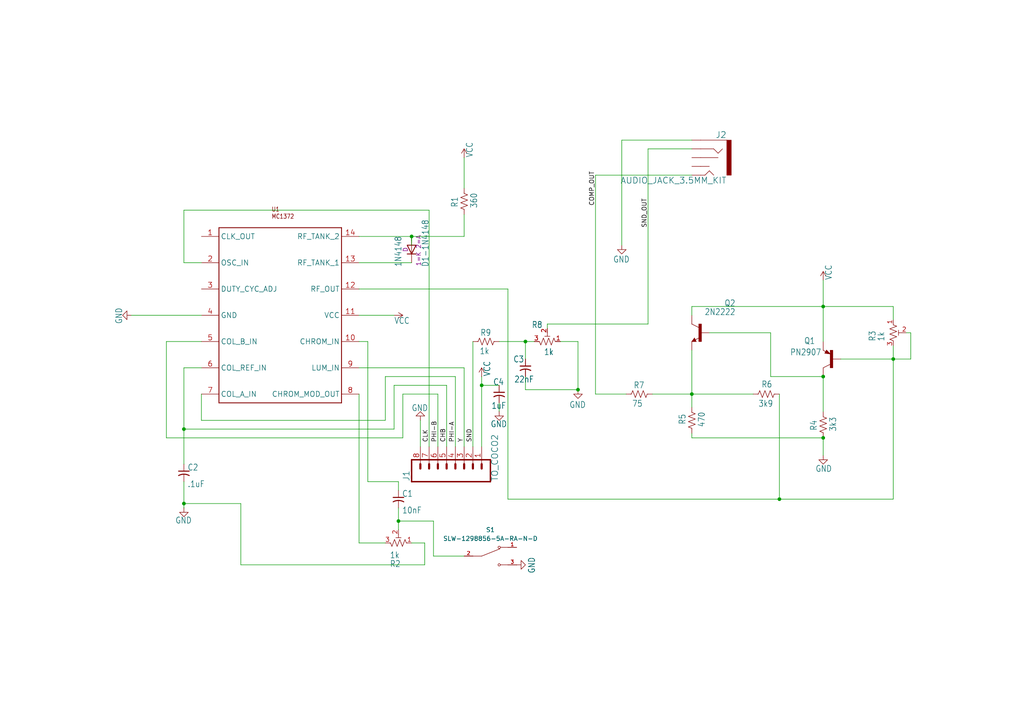
<source format=kicad_sch>
(kicad_sch
	(version 20250114)
	(generator "eeschema")
	(generator_version "9.0")
	(uuid "59fedd81-dfb5-41c3-969a-5c6cb0470a9a")
	(paper "A4")
	(lib_symbols
		(symbol "Coco2Composite-eagle-import:AUDIO_JACK_3.5MM_KIT"
			(exclude_from_sim no)
			(in_bom yes)
			(on_board yes)
			(property "Reference" "J"
				(at -5.08 5.588 0)
				(effects
					(font
						(size 1.778 1.778)
					)
					(justify left bottom)
				)
			)
			(property "Value" ""
				(at -5.08 -7.62 0)
				(effects
					(font
						(size 1.778 1.778)
					)
					(justify left bottom)
				)
			)
			(property "Footprint" "Coco2Composite:AUDIO-JACK-KIT"
				(at 0 0 0)
				(effects
					(font
						(size 1.27 1.27)
					)
					(hide yes)
				)
			)
			(property "Datasheet" ""
				(at 0 0 0)
				(effects
					(font
						(size 1.27 1.27)
					)
					(hide yes)
				)
			)
			(property "Description" "Audio Jack\n\n3.5mm variants of PTH and SMT stereo audio jack with bypass switches.\n\nSparkFun Products:\n\n• SparkFun SparkPunk Sound Kit  - PTH\n• MP3 Trigger -3.5mm SMD\n• SparkFun PicoBoard- 2.5mm SMD"
				(at 0 0 0)
				(effects
					(font
						(size 1.27 1.27)
					)
					(hide yes)
				)
			)
			(property "ki_locked" ""
				(at 0 0 0)
				(effects
					(font
						(size 1.27 1.27)
					)
				)
			)
			(symbol "AUDIO_JACK_3.5MM_KIT_1_0"
				(rectangle
					(start -6.35 -5.08)
					(end -5.08 5.08)
					(stroke
						(width 0)
						(type default)
					)
					(fill
						(type outline)
					)
				)
				(polyline
					(pts
						(xy -2.54 1.27) (xy -3.81 2.54)
					)
					(stroke
						(width 0.1524)
						(type solid)
					)
					(fill
						(type none)
					)
				)
				(polyline
					(pts
						(xy -2.54 0) (xy 2.54 0)
					)
					(stroke
						(width 0.1524)
						(type solid)
					)
					(fill
						(type none)
					)
				)
				(polyline
					(pts
						(xy -1.27 2.54) (xy -2.54 1.27)
					)
					(stroke
						(width 0.1524)
						(type solid)
					)
					(fill
						(type none)
					)
				)
				(polyline
					(pts
						(xy -1.27 -5.08) (xy 0 -3.81)
					)
					(stroke
						(width 0.1524)
						(type solid)
					)
					(fill
						(type none)
					)
				)
				(polyline
					(pts
						(xy 0 -2.54) (xy 2.54 -2.54)
					)
					(stroke
						(width 0.1524)
						(type solid)
					)
					(fill
						(type none)
					)
				)
				(polyline
					(pts
						(xy 0 -3.81) (xy 1.27 -5.08)
					)
					(stroke
						(width 0.1524)
						(type solid)
					)
					(fill
						(type none)
					)
				)
				(polyline
					(pts
						(xy 1.27 -5.08) (xy 2.54 -5.08)
					)
					(stroke
						(width 0.1524)
						(type solid)
					)
					(fill
						(type none)
					)
				)
				(polyline
					(pts
						(xy 2.54 5.08) (xy -5.08 5.08)
					)
					(stroke
						(width 0.1524)
						(type solid)
					)
					(fill
						(type none)
					)
				)
				(polyline
					(pts
						(xy 2.54 2.54) (xy -1.27 2.54)
					)
					(stroke
						(width 0.1524)
						(type solid)
					)
					(fill
						(type none)
					)
				)
				(pin bidirectional line
					(at 5.08 5.08 180)
					(length 2.54)
					(name "SLEEVE"
						(effects
							(font
								(size 0 0)
							)
						)
					)
					(number "SLEEVE"
						(effects
							(font
								(size 0 0)
							)
						)
					)
				)
				(pin bidirectional line
					(at 5.08 2.54 180)
					(length 2.54)
					(name "RING"
						(effects
							(font
								(size 0 0)
							)
						)
					)
					(number "RING"
						(effects
							(font
								(size 0 0)
							)
						)
					)
				)
				(pin bidirectional line
					(at 5.08 0 180)
					(length 2.54)
					(name "RSH"
						(effects
							(font
								(size 0 0)
							)
						)
					)
					(number "RSH"
						(effects
							(font
								(size 0 0)
							)
						)
					)
				)
				(pin bidirectional line
					(at 5.08 -2.54 180)
					(length 2.54)
					(name "TSH"
						(effects
							(font
								(size 0 0)
							)
						)
					)
					(number "TSH"
						(effects
							(font
								(size 0 0)
							)
						)
					)
				)
				(pin bidirectional line
					(at 5.08 -5.08 180)
					(length 2.54)
					(name "TIP"
						(effects
							(font
								(size 0 0)
							)
						)
					)
					(number "TIP"
						(effects
							(font
								(size 0 0)
							)
						)
					)
				)
			)
			(embedded_fonts no)
		)
		(symbol "Coco2Composite-eagle-import:BC547"
			(exclude_from_sim no)
			(in_bom yes)
			(on_board yes)
			(property "Reference" "Q"
				(at -10.16 7.62 0)
				(effects
					(font
						(size 1.778 1.5113)
					)
					(justify left bottom)
				)
			)
			(property "Value" ""
				(at -10.16 5.08 0)
				(effects
					(font
						(size 1.778 1.5113)
					)
					(justify left bottom)
				)
			)
			(property "Footprint" "Coco2Composite:TO92"
				(at 0 0 0)
				(effects
					(font
						(size 1.27 1.27)
					)
					(hide yes)
				)
			)
			(property "Datasheet" ""
				(at 0 0 0)
				(effects
					(font
						(size 1.27 1.27)
					)
					(hide yes)
				)
			)
			(property "Description" "NPN Transistor"
				(at 0 0 0)
				(effects
					(font
						(size 1.27 1.27)
					)
					(hide yes)
				)
			)
			(property "ki_locked" ""
				(at 0 0 0)
				(effects
					(font
						(size 1.27 1.27)
					)
				)
			)
			(symbol "BC547_1_0"
				(rectangle
					(start -0.254 -2.54)
					(end 0.508 2.54)
					(stroke
						(width 0)
						(type default)
					)
					(fill
						(type outline)
					)
				)
				(polyline
					(pts
						(xy 1.27 -2.54) (xy 1.778 -1.524)
					)
					(stroke
						(width 0.1524)
						(type solid)
					)
					(fill
						(type none)
					)
				)
				(polyline
					(pts
						(xy 1.524 -2.286) (xy 1.905 -2.286)
					)
					(stroke
						(width 0.254)
						(type solid)
					)
					(fill
						(type none)
					)
				)
				(polyline
					(pts
						(xy 1.524 -2.413) (xy 2.286 -2.413)
					)
					(stroke
						(width 0.254)
						(type solid)
					)
					(fill
						(type none)
					)
				)
				(polyline
					(pts
						(xy 1.54 -2.04) (xy 0.308 -1.424)
					)
					(stroke
						(width 0.1524)
						(type solid)
					)
					(fill
						(type none)
					)
				)
				(polyline
					(pts
						(xy 1.778 -1.524) (xy 2.54 -2.54)
					)
					(stroke
						(width 0.1524)
						(type solid)
					)
					(fill
						(type none)
					)
				)
				(polyline
					(pts
						(xy 1.778 -1.778) (xy 1.524 -2.286)
					)
					(stroke
						(width 0.254)
						(type solid)
					)
					(fill
						(type none)
					)
				)
				(polyline
					(pts
						(xy 1.905 -2.286) (xy 1.778 -2.032)
					)
					(stroke
						(width 0.254)
						(type solid)
					)
					(fill
						(type none)
					)
				)
				(polyline
					(pts
						(xy 2.286 -2.413) (xy 1.778 -1.778)
					)
					(stroke
						(width 0.254)
						(type solid)
					)
					(fill
						(type none)
					)
				)
				(polyline
					(pts
						(xy 2.54 2.54) (xy 0.508 1.524)
					)
					(stroke
						(width 0.1524)
						(type solid)
					)
					(fill
						(type none)
					)
				)
				(polyline
					(pts
						(xy 2.54 -2.54) (xy 1.27 -2.54)
					)
					(stroke
						(width 0.1524)
						(type solid)
					)
					(fill
						(type none)
					)
				)
				(pin passive line
					(at -2.54 0 0)
					(length 2.54)
					(name "B"
						(effects
							(font
								(size 0 0)
							)
						)
					)
					(number "2"
						(effects
							(font
								(size 0 0)
							)
						)
					)
				)
				(pin passive line
					(at 2.54 5.08 270)
					(length 2.54)
					(name "C"
						(effects
							(font
								(size 0 0)
							)
						)
					)
					(number "3"
						(effects
							(font
								(size 0 0)
							)
						)
					)
				)
				(pin passive line
					(at 2.54 -5.08 90)
					(length 2.54)
					(name "E"
						(effects
							(font
								(size 0 0)
							)
						)
					)
					(number "1"
						(effects
							(font
								(size 0 0)
							)
						)
					)
				)
			)
			(embedded_fonts no)
		)
		(symbol "Coco2Composite-eagle-import:BC557"
			(exclude_from_sim no)
			(in_bom yes)
			(on_board yes)
			(property "Reference" "Q"
				(at -10.16 7.62 0)
				(effects
					(font
						(size 1.778 1.5113)
					)
					(justify left bottom)
				)
			)
			(property "Value" ""
				(at -10.16 5.08 0)
				(effects
					(font
						(size 1.778 1.5113)
					)
					(justify left bottom)
				)
			)
			(property "Footprint" "Coco2Composite:TO92-EBC"
				(at 0 0 0)
				(effects
					(font
						(size 1.27 1.27)
					)
					(hide yes)
				)
			)
			(property "Datasheet" ""
				(at 0 0 0)
				(effects
					(font
						(size 1.27 1.27)
					)
					(hide yes)
				)
			)
			(property "Description" "PNP Transistror"
				(at 0 0 0)
				(effects
					(font
						(size 1.27 1.27)
					)
					(hide yes)
				)
			)
			(property "ki_locked" ""
				(at 0 0 0)
				(effects
					(font
						(size 1.27 1.27)
					)
				)
			)
			(symbol "BC557_1_0"
				(rectangle
					(start -0.254 -2.54)
					(end 0.508 2.54)
					(stroke
						(width 0)
						(type default)
					)
					(fill
						(type outline)
					)
				)
				(polyline
					(pts
						(xy 0.516 1.478) (xy 2.086 1.678)
					)
					(stroke
						(width 0.1524)
						(type solid)
					)
					(fill
						(type none)
					)
				)
				(polyline
					(pts
						(xy 0.762 1.651) (xy 1.778 1.778)
					)
					(stroke
						(width 0.254)
						(type solid)
					)
					(fill
						(type none)
					)
				)
				(polyline
					(pts
						(xy 1.143 1.905) (xy 1.524 1.905)
					)
					(stroke
						(width 0.254)
						(type solid)
					)
					(fill
						(type none)
					)
				)
				(polyline
					(pts
						(xy 1.524 2.413) (xy 0.762 1.651)
					)
					(stroke
						(width 0.254)
						(type solid)
					)
					(fill
						(type none)
					)
				)
				(polyline
					(pts
						(xy 1.524 2.159) (xy 1.143 1.905)
					)
					(stroke
						(width 0.254)
						(type solid)
					)
					(fill
						(type none)
					)
				)
				(polyline
					(pts
						(xy 1.578 2.594) (xy 0.516 1.478)
					)
					(stroke
						(width 0.1524)
						(type solid)
					)
					(fill
						(type none)
					)
				)
				(polyline
					(pts
						(xy 1.778 1.778) (xy 1.524 2.159)
					)
					(stroke
						(width 0.254)
						(type solid)
					)
					(fill
						(type none)
					)
				)
				(polyline
					(pts
						(xy 1.905 1.778) (xy 1.524 2.413)
					)
					(stroke
						(width 0.254)
						(type solid)
					)
					(fill
						(type none)
					)
				)
				(polyline
					(pts
						(xy 2.086 1.678) (xy 1.578 2.594)
					)
					(stroke
						(width 0.1524)
						(type solid)
					)
					(fill
						(type none)
					)
				)
				(polyline
					(pts
						(xy 2.54 2.54) (xy 1.808 2.124)
					)
					(stroke
						(width 0.1524)
						(type solid)
					)
					(fill
						(type none)
					)
				)
				(polyline
					(pts
						(xy 2.54 -2.54) (xy 0.508 -1.524)
					)
					(stroke
						(width 0.1524)
						(type solid)
					)
					(fill
						(type none)
					)
				)
				(pin passive line
					(at -2.54 0 0)
					(length 2.54)
					(name "B"
						(effects
							(font
								(size 0 0)
							)
						)
					)
					(number "B"
						(effects
							(font
								(size 0 0)
							)
						)
					)
				)
				(pin passive line
					(at 2.54 5.08 270)
					(length 2.54)
					(name "E"
						(effects
							(font
								(size 0 0)
							)
						)
					)
					(number "E"
						(effects
							(font
								(size 0 0)
							)
						)
					)
				)
				(pin passive line
					(at 2.54 -5.08 90)
					(length 2.54)
					(name "C"
						(effects
							(font
								(size 0 0)
							)
						)
					)
					(number "C"
						(effects
							(font
								(size 0 0)
							)
						)
					)
				)
			)
			(embedded_fonts no)
		)
		(symbol "Coco2Composite-eagle-import:CONN_08{dblquote}"
			(exclude_from_sim no)
			(in_bom yes)
			(on_board yes)
			(property "Reference" "J"
				(at -5.08 13.208 0)
				(effects
					(font
						(size 1.778 1.778)
					)
					(justify left bottom)
				)
			)
			(property "Value" ""
				(at -5.08 -12.446 0)
				(effects
					(font
						(size 1.778 1.778)
					)
					(justify left bottom)
				)
			)
			(property "Footprint" "Coco2Composite:1X08"
				(at 0 0 0)
				(effects
					(font
						(size 1.27 1.27)
					)
					(hide yes)
				)
			)
			(property "Datasheet" ""
				(at 0 0 0)
				(effects
					(font
						(size 1.27 1.27)
					)
					(hide yes)
				)
			)
			(property "Description" "Multi connection point. Often used as Generic Header-pin footprint for 0.1 inch spaced/style header connections\n\nOn any of the 0.1 inch spaced packages, you can populate with these:\n\n• https://www.sparkfun.com/products/116  Break Away Headers - Straight (PRT-00116)\n• https://www.sparkfun.com/products/553  Break Away Male Headers - Right Angle (PRT-00553)\n• https://www.sparkfun.com/products/115  Female Headers (PRT-00115)\n• https://www.sparkfun.com/products/117  Break Away Headers - Machine Pin (PRT-00117)\n• https://www.sparkfun.com/products/743  Break Away Female Headers - Swiss Machine Pin (PRT-00743)\n• https://www.sparkfun.com/products/9279  Arduino Stackable Header - 8 Pin (PRT-09279)\n\nFor SCREWTERMINALS and SPRING TERMINALS visit here:\n\n• https://www.sparkfun.com/search/results?term=Screw+Terminals  Screw Terimnals on SparkFun.com (5mm/3.5mm/2.54mm spacing)\n\nThis device is also useful as a general connection point to wire up your design to another part of your project. Our various solder wires solder well into these plated through hole pads.\n\n• https://www.sparkfun.com/products/11375  Hook-Up Wire - Assortment (Stranded, 22 AWG) (PRT-11375)\n• https://www.sparkfun.com/products/11367  Hook-Up Wire - Assortment (Solid Core, 22 AWG) (PRT-11367)\n• https://www.sparkfun.com/categories/141  View the entire wire category on our website here\n\nSpecial notes:\n\nMolex polarized connector foot print use with SKU : PRT-08231 with associated crimp pins and housings. 1MM SMD Version SKU: PRT-10208\n\nNOTES ON THE VARIANTS LOCK and LOCK_LONGPADS... This footprint was designed to help hold the alignment of a through-hole component (i.e.  6-pin header) while soldering it into place. You may notice that each hole has been shifted either up or down by 0.005 of an inch from it's more standard position (which is a perfectly straight line).  This slight alteration caused the pins (the squares in the middle) to touch the edges of the holes.  Because they are alternating, it causes a \"brace\" to hold the component in place.  0.005 has proven to be the perfect amount of \"off-center\" position when using our standard breakaway headers. Although looks a little odd when you look at the bare footprint, once you have a header in there, the alteration is very hard to notice.  Also,if you push a header all the way into place, it is covered up entirely on the bottom side."
				(at 0 0 0)
				(effects
					(font
						(size 1.27 1.27)
					)
					(hide yes)
				)
			)
			(property "ki_locked" ""
				(at 0 0 0)
				(effects
					(font
						(size 1.27 1.27)
					)
				)
			)
			(symbol "CONN_08{dblquote}_1_0"
				(polyline
					(pts
						(xy -5.08 12.7) (xy -5.08 -10.16)
					)
					(stroke
						(width 0.4064)
						(type solid)
					)
					(fill
						(type none)
					)
				)
				(polyline
					(pts
						(xy -5.08 12.7) (xy 1.27 12.7)
					)
					(stroke
						(width 0.4064)
						(type solid)
					)
					(fill
						(type none)
					)
				)
				(polyline
					(pts
						(xy -1.27 10.16) (xy 0 10.16)
					)
					(stroke
						(width 0.6096)
						(type solid)
					)
					(fill
						(type none)
					)
				)
				(polyline
					(pts
						(xy -1.27 7.62) (xy 0 7.62)
					)
					(stroke
						(width 0.6096)
						(type solid)
					)
					(fill
						(type none)
					)
				)
				(polyline
					(pts
						(xy -1.27 5.08) (xy 0 5.08)
					)
					(stroke
						(width 0.6096)
						(type solid)
					)
					(fill
						(type none)
					)
				)
				(polyline
					(pts
						(xy -1.27 2.54) (xy 0 2.54)
					)
					(stroke
						(width 0.6096)
						(type solid)
					)
					(fill
						(type none)
					)
				)
				(polyline
					(pts
						(xy -1.27 0) (xy 0 0)
					)
					(stroke
						(width 0.6096)
						(type solid)
					)
					(fill
						(type none)
					)
				)
				(polyline
					(pts
						(xy -1.27 -2.54) (xy 0 -2.54)
					)
					(stroke
						(width 0.6096)
						(type solid)
					)
					(fill
						(type none)
					)
				)
				(polyline
					(pts
						(xy -1.27 -5.08) (xy 0 -5.08)
					)
					(stroke
						(width 0.6096)
						(type solid)
					)
					(fill
						(type none)
					)
				)
				(polyline
					(pts
						(xy -1.27 -7.62) (xy 0 -7.62)
					)
					(stroke
						(width 0.6096)
						(type solid)
					)
					(fill
						(type none)
					)
				)
				(polyline
					(pts
						(xy 1.27 -10.16) (xy -5.08 -10.16)
					)
					(stroke
						(width 0.4064)
						(type solid)
					)
					(fill
						(type none)
					)
				)
				(polyline
					(pts
						(xy 1.27 -10.16) (xy 1.27 12.7)
					)
					(stroke
						(width 0.4064)
						(type solid)
					)
					(fill
						(type none)
					)
				)
				(pin passive line
					(at 5.08 10.16 180)
					(length 5.08)
					(name "8"
						(effects
							(font
								(size 0 0)
							)
						)
					)
					(number "8"
						(effects
							(font
								(size 1.524 1.524)
							)
						)
					)
				)
				(pin passive line
					(at 5.08 7.62 180)
					(length 5.08)
					(name "7"
						(effects
							(font
								(size 0 0)
							)
						)
					)
					(number "7"
						(effects
							(font
								(size 1.524 1.524)
							)
						)
					)
				)
				(pin passive line
					(at 5.08 5.08 180)
					(length 5.08)
					(name "6"
						(effects
							(font
								(size 0 0)
							)
						)
					)
					(number "6"
						(effects
							(font
								(size 1.524 1.524)
							)
						)
					)
				)
				(pin passive line
					(at 5.08 2.54 180)
					(length 5.08)
					(name "5"
						(effects
							(font
								(size 0 0)
							)
						)
					)
					(number "5"
						(effects
							(font
								(size 1.524 1.524)
							)
						)
					)
				)
				(pin passive line
					(at 5.08 0 180)
					(length 5.08)
					(name "4"
						(effects
							(font
								(size 0 0)
							)
						)
					)
					(number "4"
						(effects
							(font
								(size 1.524 1.524)
							)
						)
					)
				)
				(pin passive line
					(at 5.08 -2.54 180)
					(length 5.08)
					(name "3"
						(effects
							(font
								(size 0 0)
							)
						)
					)
					(number "3"
						(effects
							(font
								(size 1.524 1.524)
							)
						)
					)
				)
				(pin passive line
					(at 5.08 -5.08 180)
					(length 5.08)
					(name "2"
						(effects
							(font
								(size 0 0)
							)
						)
					)
					(number "2"
						(effects
							(font
								(size 1.524 1.524)
							)
						)
					)
				)
				(pin passive line
					(at 5.08 -7.62 180)
					(length 5.08)
					(name "1"
						(effects
							(font
								(size 0 0)
							)
						)
					)
					(number "1"
						(effects
							(font
								(size 1.524 1.524)
							)
						)
					)
				)
			)
			(embedded_fonts no)
		)
		(symbol "Coco2Composite-eagle-import:MC1372"
			(exclude_from_sim no)
			(in_bom yes)
			(on_board yes)
			(property "Reference" "U"
				(at 0 0 0)
				(effects
					(font
						(size 1.27 1.27)
					)
					(hide yes)
				)
			)
			(property "Value" ""
				(at 0 0 0)
				(effects
					(font
						(size 1.27 1.27)
					)
					(hide yes)
				)
			)
			(property "Footprint" "Coco2Composite:DIP14"
				(at 0 0 0)
				(effects
					(font
						(size 1.27 1.27)
					)
					(hide yes)
				)
			)
			(property "Datasheet" ""
				(at 0 0 0)
				(effects
					(font
						(size 1.27 1.27)
					)
					(hide yes)
				)
			)
			(property "Description" "MC1372"
				(at 0 0 0)
				(effects
					(font
						(size 1.27 1.27)
					)
					(hide yes)
				)
			)
			(property "ki_locked" ""
				(at 0 0 0)
				(effects
					(font
						(size 1.27 1.27)
					)
				)
			)
			(symbol "MC1372_1_0"
				(polyline
					(pts
						(xy -20.32 25.4) (xy -20.32 -25.4)
					)
					(stroke
						(width 0.254)
						(type solid)
					)
					(fill
						(type none)
					)
				)
				(polyline
					(pts
						(xy -20.32 -25.4) (xy 15.24 -25.4)
					)
					(stroke
						(width 0.254)
						(type solid)
					)
					(fill
						(type none)
					)
				)
				(polyline
					(pts
						(xy 15.24 25.4) (xy -20.32 25.4)
					)
					(stroke
						(width 0.254)
						(type solid)
					)
					(fill
						(type none)
					)
				)
				(polyline
					(pts
						(xy 15.24 -25.4) (xy 15.24 25.4)
					)
					(stroke
						(width 0.254)
						(type solid)
					)
					(fill
						(type none)
					)
				)
				(text "${REFERENCE}\n${VALUE}"
					(at -5.08 27.94 0)
					(effects
						(font
							(size 1.27 1.0795)
						)
						(justify left bottom)
					)
				)
				(pin bidirectional line
					(at -25.4 22.86 0)
					(length 5.08)
					(name "CLK_OUT"
						(effects
							(font
								(size 1.524 1.524)
							)
						)
					)
					(number "1"
						(effects
							(font
								(size 1.524 1.524)
							)
						)
					)
				)
				(pin bidirectional line
					(at -25.4 15.24 0)
					(length 5.08)
					(name "OSC_IN"
						(effects
							(font
								(size 1.524 1.524)
							)
						)
					)
					(number "2"
						(effects
							(font
								(size 1.524 1.524)
							)
						)
					)
				)
				(pin bidirectional line
					(at -25.4 7.62 0)
					(length 5.08)
					(name "DUTY_CYC_ADJ"
						(effects
							(font
								(size 1.524 1.524)
							)
						)
					)
					(number "3"
						(effects
							(font
								(size 1.524 1.524)
							)
						)
					)
				)
				(pin bidirectional line
					(at -25.4 0 0)
					(length 5.08)
					(name "GND"
						(effects
							(font
								(size 1.524 1.524)
							)
						)
					)
					(number "4"
						(effects
							(font
								(size 1.524 1.524)
							)
						)
					)
				)
				(pin bidirectional line
					(at -25.4 -7.62 0)
					(length 5.08)
					(name "COL_B_IN"
						(effects
							(font
								(size 1.524 1.524)
							)
						)
					)
					(number "5"
						(effects
							(font
								(size 1.524 1.524)
							)
						)
					)
				)
				(pin bidirectional line
					(at -25.4 -15.24 0)
					(length 5.08)
					(name "COL_REF_IN"
						(effects
							(font
								(size 1.524 1.524)
							)
						)
					)
					(number "6"
						(effects
							(font
								(size 1.524 1.524)
							)
						)
					)
				)
				(pin bidirectional line
					(at -25.4 -22.86 0)
					(length 5.08)
					(name "COL_A_IN"
						(effects
							(font
								(size 1.524 1.524)
							)
						)
					)
					(number "7"
						(effects
							(font
								(size 1.524 1.524)
							)
						)
					)
				)
				(pin bidirectional line
					(at 20.32 22.86 180)
					(length 5.08)
					(name "RF_TANK_2"
						(effects
							(font
								(size 1.524 1.524)
							)
						)
					)
					(number "14"
						(effects
							(font
								(size 1.524 1.524)
							)
						)
					)
				)
				(pin bidirectional line
					(at 20.32 15.24 180)
					(length 5.08)
					(name "RF_TANK_1"
						(effects
							(font
								(size 1.524 1.524)
							)
						)
					)
					(number "13"
						(effects
							(font
								(size 1.524 1.524)
							)
						)
					)
				)
				(pin bidirectional line
					(at 20.32 7.62 180)
					(length 5.08)
					(name "RF_OUT"
						(effects
							(font
								(size 1.524 1.524)
							)
						)
					)
					(number "12"
						(effects
							(font
								(size 1.524 1.524)
							)
						)
					)
				)
				(pin bidirectional line
					(at 20.32 0 180)
					(length 5.08)
					(name "VCC"
						(effects
							(font
								(size 1.524 1.524)
							)
						)
					)
					(number "11"
						(effects
							(font
								(size 1.524 1.524)
							)
						)
					)
				)
				(pin bidirectional line
					(at 20.32 -7.62 180)
					(length 5.08)
					(name "CHROM_IN"
						(effects
							(font
								(size 1.524 1.524)
							)
						)
					)
					(number "10"
						(effects
							(font
								(size 1.524 1.524)
							)
						)
					)
				)
				(pin bidirectional line
					(at 20.32 -15.24 180)
					(length 5.08)
					(name "LUM_IN"
						(effects
							(font
								(size 1.524 1.524)
							)
						)
					)
					(number "9"
						(effects
							(font
								(size 1.524 1.524)
							)
						)
					)
				)
				(pin bidirectional line
					(at 20.32 -22.86 180)
					(length 5.08)
					(name "CHROM_MOD_OUT"
						(effects
							(font
								(size 1.524 1.524)
							)
						)
					)
					(number "8"
						(effects
							(font
								(size 1.524 1.524)
							)
						)
					)
				)
			)
			(embedded_fonts no)
		)
		(symbol "Device:C_Small_US"
			(pin_numbers
				(hide yes)
			)
			(pin_names
				(offset 0.254)
				(hide yes)
			)
			(exclude_from_sim no)
			(in_bom yes)
			(on_board yes)
			(property "Reference" "C"
				(at 0.254 1.778 0)
				(effects
					(font
						(size 1.27 1.27)
					)
					(justify left)
				)
			)
			(property "Value" "C_Small_US"
				(at 0.254 -2.032 0)
				(effects
					(font
						(size 1.27 1.27)
					)
					(justify left)
				)
			)
			(property "Footprint" ""
				(at 0 0 0)
				(effects
					(font
						(size 1.27 1.27)
					)
					(hide yes)
				)
			)
			(property "Datasheet" ""
				(at 0 0 0)
				(effects
					(font
						(size 1.27 1.27)
					)
					(hide yes)
				)
			)
			(property "Description" "capacitor, small US symbol"
				(at 0 0 0)
				(effects
					(font
						(size 1.27 1.27)
					)
					(hide yes)
				)
			)
			(property "ki_keywords" "cap capacitor"
				(at 0 0 0)
				(effects
					(font
						(size 1.27 1.27)
					)
					(hide yes)
				)
			)
			(property "ki_fp_filters" "C_*"
				(at 0 0 0)
				(effects
					(font
						(size 1.27 1.27)
					)
					(hide yes)
				)
			)
			(symbol "C_Small_US_0_1"
				(polyline
					(pts
						(xy -1.524 0.508) (xy 1.524 0.508)
					)
					(stroke
						(width 0.3048)
						(type default)
					)
					(fill
						(type none)
					)
				)
				(arc
					(start -1.524 -0.762)
					(mid 0 -0.3734)
					(end 1.524 -0.762)
					(stroke
						(width 0.3048)
						(type default)
					)
					(fill
						(type none)
					)
				)
			)
			(symbol "C_Small_US_1_1"
				(pin passive line
					(at 0 2.54 270)
					(length 2.032)
					(name "~"
						(effects
							(font
								(size 1.27 1.27)
							)
						)
					)
					(number "1"
						(effects
							(font
								(size 1.27 1.27)
							)
						)
					)
				)
				(pin passive line
					(at 0 -2.54 90)
					(length 2.032)
					(name "~"
						(effects
							(font
								(size 1.27 1.27)
							)
						)
					)
					(number "2"
						(effects
							(font
								(size 1.27 1.27)
							)
						)
					)
				)
			)
			(embedded_fonts no)
		)
		(symbol "Device:R_Potentiometer_Trim_US"
			(pin_names
				(offset 1.016)
				(hide yes)
			)
			(exclude_from_sim no)
			(in_bom yes)
			(on_board yes)
			(property "Reference" "RV"
				(at -4.445 0 90)
				(effects
					(font
						(size 1.27 1.27)
					)
				)
			)
			(property "Value" "R_Potentiometer_Trim_US"
				(at -2.54 0 90)
				(effects
					(font
						(size 1.27 1.27)
					)
				)
			)
			(property "Footprint" ""
				(at 0 0 0)
				(effects
					(font
						(size 1.27 1.27)
					)
					(hide yes)
				)
			)
			(property "Datasheet" "~"
				(at 0 0 0)
				(effects
					(font
						(size 1.27 1.27)
					)
					(hide yes)
				)
			)
			(property "Description" "Trim-potentiometer, US symbol"
				(at 0 0 0)
				(effects
					(font
						(size 1.27 1.27)
					)
					(hide yes)
				)
			)
			(property "ki_keywords" "resistor variable trimpot trimmer"
				(at 0 0 0)
				(effects
					(font
						(size 1.27 1.27)
					)
					(hide yes)
				)
			)
			(property "ki_fp_filters" "Potentiometer*"
				(at 0 0 0)
				(effects
					(font
						(size 1.27 1.27)
					)
					(hide yes)
				)
			)
			(symbol "R_Potentiometer_Trim_US_0_1"
				(polyline
					(pts
						(xy 0 2.286) (xy 0 2.54)
					)
					(stroke
						(width 0)
						(type default)
					)
					(fill
						(type none)
					)
				)
				(polyline
					(pts
						(xy 0 2.286) (xy 1.016 1.905) (xy 0 1.524) (xy -1.016 1.143) (xy 0 0.762)
					)
					(stroke
						(width 0)
						(type default)
					)
					(fill
						(type none)
					)
				)
				(polyline
					(pts
						(xy 0 0.762) (xy 1.016 0.381) (xy 0 0) (xy -1.016 -0.381) (xy 0 -0.762)
					)
					(stroke
						(width 0)
						(type default)
					)
					(fill
						(type none)
					)
				)
				(polyline
					(pts
						(xy 0 -0.762) (xy 1.016 -1.143) (xy 0 -1.524) (xy -1.016 -1.905) (xy 0 -2.286)
					)
					(stroke
						(width 0)
						(type default)
					)
					(fill
						(type none)
					)
				)
				(polyline
					(pts
						(xy 0 -2.286) (xy 0 -2.54)
					)
					(stroke
						(width 0)
						(type default)
					)
					(fill
						(type none)
					)
				)
				(polyline
					(pts
						(xy 1.524 0.762) (xy 1.524 -0.762)
					)
					(stroke
						(width 0)
						(type default)
					)
					(fill
						(type none)
					)
				)
				(polyline
					(pts
						(xy 2.54 0) (xy 1.524 0)
					)
					(stroke
						(width 0)
						(type default)
					)
					(fill
						(type none)
					)
				)
			)
			(symbol "R_Potentiometer_Trim_US_1_1"
				(pin passive line
					(at 0 3.81 270)
					(length 1.27)
					(name "1"
						(effects
							(font
								(size 1.27 1.27)
							)
						)
					)
					(number "1"
						(effects
							(font
								(size 1.27 1.27)
							)
						)
					)
				)
				(pin passive line
					(at 0 -3.81 90)
					(length 1.27)
					(name "3"
						(effects
							(font
								(size 1.27 1.27)
							)
						)
					)
					(number "3"
						(effects
							(font
								(size 1.27 1.27)
							)
						)
					)
				)
				(pin passive line
					(at 3.81 0 180)
					(length 1.27)
					(name "2"
						(effects
							(font
								(size 1.27 1.27)
							)
						)
					)
					(number "2"
						(effects
							(font
								(size 1.27 1.27)
							)
						)
					)
				)
			)
			(embedded_fonts no)
		)
		(symbol "Device:R_US"
			(pin_numbers
				(hide yes)
			)
			(pin_names
				(offset 0)
			)
			(exclude_from_sim no)
			(in_bom yes)
			(on_board yes)
			(property "Reference" "R"
				(at 2.54 0 90)
				(effects
					(font
						(size 1.27 1.27)
					)
				)
			)
			(property "Value" "R_US"
				(at -2.54 0 90)
				(effects
					(font
						(size 1.27 1.27)
					)
				)
			)
			(property "Footprint" ""
				(at 1.016 -0.254 90)
				(effects
					(font
						(size 1.27 1.27)
					)
					(hide yes)
				)
			)
			(property "Datasheet" "~"
				(at 0 0 0)
				(effects
					(font
						(size 1.27 1.27)
					)
					(hide yes)
				)
			)
			(property "Description" "Resistor, US symbol"
				(at 0 0 0)
				(effects
					(font
						(size 1.27 1.27)
					)
					(hide yes)
				)
			)
			(property "ki_keywords" "R res resistor"
				(at 0 0 0)
				(effects
					(font
						(size 1.27 1.27)
					)
					(hide yes)
				)
			)
			(property "ki_fp_filters" "R_*"
				(at 0 0 0)
				(effects
					(font
						(size 1.27 1.27)
					)
					(hide yes)
				)
			)
			(symbol "R_US_0_1"
				(polyline
					(pts
						(xy 0 2.286) (xy 0 2.54)
					)
					(stroke
						(width 0)
						(type default)
					)
					(fill
						(type none)
					)
				)
				(polyline
					(pts
						(xy 0 2.286) (xy 1.016 1.905) (xy 0 1.524) (xy -1.016 1.143) (xy 0 0.762)
					)
					(stroke
						(width 0)
						(type default)
					)
					(fill
						(type none)
					)
				)
				(polyline
					(pts
						(xy 0 0.762) (xy 1.016 0.381) (xy 0 0) (xy -1.016 -0.381) (xy 0 -0.762)
					)
					(stroke
						(width 0)
						(type default)
					)
					(fill
						(type none)
					)
				)
				(polyline
					(pts
						(xy 0 -0.762) (xy 1.016 -1.143) (xy 0 -1.524) (xy -1.016 -1.905) (xy 0 -2.286)
					)
					(stroke
						(width 0)
						(type default)
					)
					(fill
						(type none)
					)
				)
				(polyline
					(pts
						(xy 0 -2.286) (xy 0 -2.54)
					)
					(stroke
						(width 0)
						(type default)
					)
					(fill
						(type none)
					)
				)
			)
			(symbol "R_US_1_1"
				(pin passive line
					(at 0 3.81 270)
					(length 1.27)
					(name "~"
						(effects
							(font
								(size 1.27 1.27)
							)
						)
					)
					(number "1"
						(effects
							(font
								(size 1.27 1.27)
							)
						)
					)
				)
				(pin passive line
					(at 0 -3.81 90)
					(length 1.27)
					(name "~"
						(effects
							(font
								(size 1.27 1.27)
							)
						)
					)
					(number "2"
						(effects
							(font
								(size 1.27 1.27)
							)
						)
					)
				)
			)
			(embedded_fonts no)
		)
		(symbol "Diode:1N4148"
			(pin_numbers
				(hide yes)
			)
			(pin_names
				(hide yes)
			)
			(exclude_from_sim no)
			(in_bom yes)
			(on_board yes)
			(property "Reference" "D"
				(at 0 2.54 0)
				(effects
					(font
						(size 1.27 1.27)
					)
				)
			)
			(property "Value" "1N4148"
				(at 0 -2.54 0)
				(effects
					(font
						(size 1.27 1.27)
					)
				)
			)
			(property "Footprint" "Diode_THT:D_DO-35_SOD27_P7.62mm_Horizontal"
				(at 0 0 0)
				(effects
					(font
						(size 1.27 1.27)
					)
					(hide yes)
				)
			)
			(property "Datasheet" "https://assets.nexperia.com/documents/data-sheet/1N4148_1N4448.pdf"
				(at 0 0 0)
				(effects
					(font
						(size 1.27 1.27)
					)
					(hide yes)
				)
			)
			(property "Description" "100V 0.15A standard switching diode, DO-35"
				(at 0 0 0)
				(effects
					(font
						(size 1.27 1.27)
					)
					(hide yes)
				)
			)
			(property "Sim.Device" "D"
				(at 0 0 0)
				(effects
					(font
						(size 1.27 1.27)
					)
					(hide yes)
				)
			)
			(property "Sim.Pins" "1=K 2=A"
				(at 0 0 0)
				(effects
					(font
						(size 1.27 1.27)
					)
					(hide yes)
				)
			)
			(property "ki_keywords" "diode"
				(at 0 0 0)
				(effects
					(font
						(size 1.27 1.27)
					)
					(hide yes)
				)
			)
			(property "ki_fp_filters" "D*DO?35*"
				(at 0 0 0)
				(effects
					(font
						(size 1.27 1.27)
					)
					(hide yes)
				)
			)
			(symbol "1N4148_0_1"
				(polyline
					(pts
						(xy -1.27 1.27) (xy -1.27 -1.27)
					)
					(stroke
						(width 0.254)
						(type default)
					)
					(fill
						(type none)
					)
				)
				(polyline
					(pts
						(xy 1.27 1.27) (xy 1.27 -1.27) (xy -1.27 0) (xy 1.27 1.27)
					)
					(stroke
						(width 0.254)
						(type default)
					)
					(fill
						(type none)
					)
				)
				(polyline
					(pts
						(xy 1.27 0) (xy -1.27 0)
					)
					(stroke
						(width 0)
						(type default)
					)
					(fill
						(type none)
					)
				)
			)
			(symbol "1N4148_1_1"
				(pin passive line
					(at -3.81 0 0)
					(length 2.54)
					(name "K"
						(effects
							(font
								(size 1.27 1.27)
							)
						)
					)
					(number "1"
						(effects
							(font
								(size 1.27 1.27)
							)
						)
					)
				)
				(pin passive line
					(at 3.81 0 180)
					(length 2.54)
					(name "A"
						(effects
							(font
								(size 1.27 1.27)
							)
						)
					)
					(number "2"
						(effects
							(font
								(size 1.27 1.27)
							)
						)
					)
				)
			)
			(embedded_fonts no)
		)
		(symbol "SLW-1298856-5A-RA-N-D:SLW-1298856-5A-RA-N-D"
			(pin_names
				(offset 1.016)
			)
			(exclude_from_sim no)
			(in_bom yes)
			(on_board yes)
			(property "Reference" "S"
				(at -2.54 5.08 0)
				(effects
					(font
						(size 1.27 1.27)
					)
					(justify left bottom)
				)
			)
			(property "Value" "SLW-1298856-5A-RA-N-D"
				(at -2.54 -5.08 0)
				(effects
					(font
						(size 1.27 1.27)
					)
					(justify left top)
				)
			)
			(property "Footprint" "SLW-1298856-5A-RA-N-D:SW_SLW-1298856-5A-RA-N-D"
				(at 0 0 0)
				(effects
					(font
						(size 1.27 1.27)
					)
					(justify bottom)
					(hide yes)
				)
			)
			(property "Datasheet" ""
				(at 0 0 0)
				(effects
					(font
						(size 1.27 1.27)
					)
					(hide yes)
				)
			)
			(property "Description" ""
				(at 0 0 0)
				(effects
					(font
						(size 1.27 1.27)
					)
					(hide yes)
				)
			)
			(property "PARTREV" "1.01"
				(at 0 0 0)
				(effects
					(font
						(size 1.27 1.27)
					)
					(justify bottom)
					(hide yes)
				)
			)
			(property "STANDARD" "Manufacturer Recommendations"
				(at 0 0 0)
				(effects
					(font
						(size 1.27 1.27)
					)
					(justify bottom)
					(hide yes)
				)
			)
			(property "MAXIMUM_PACKAGE_HEIGHT" "6.3mm"
				(at 0 0 0)
				(effects
					(font
						(size 1.27 1.27)
					)
					(justify bottom)
					(hide yes)
				)
			)
			(property "MANUFACTURER" "Same Sky"
				(at 0 0 0)
				(effects
					(font
						(size 1.27 1.27)
					)
					(justify bottom)
					(hide yes)
				)
			)
			(symbol "SLW-1298856-5A-RA-N-D_0_0"
				(polyline
					(pts
						(xy -2.54 0) (xy -5.08 0)
					)
					(stroke
						(width 0.1524)
						(type default)
					)
					(fill
						(type none)
					)
				)
				(polyline
					(pts
						(xy -2.54 0) (xy 2.794 2.1336)
					)
					(stroke
						(width 0.1524)
						(type default)
					)
					(fill
						(type none)
					)
				)
				(circle
					(center 2.54 2.54)
					(radius 0.3302)
					(stroke
						(width 0.1524)
						(type default)
					)
					(fill
						(type none)
					)
				)
				(circle
					(center 2.54 -2.54)
					(radius 0.3302)
					(stroke
						(width 0.1524)
						(type default)
					)
					(fill
						(type none)
					)
				)
				(polyline
					(pts
						(xy 5.08 2.54) (xy 2.921 2.54)
					)
					(stroke
						(width 0.1524)
						(type default)
					)
					(fill
						(type none)
					)
				)
				(polyline
					(pts
						(xy 5.08 -2.54) (xy 2.921 -2.54)
					)
					(stroke
						(width 0.1524)
						(type default)
					)
					(fill
						(type none)
					)
				)
				(pin passive line
					(at -7.62 0 0)
					(length 2.54)
					(name "~"
						(effects
							(font
								(size 1.016 1.016)
							)
						)
					)
					(number "2"
						(effects
							(font
								(size 1.016 1.016)
							)
						)
					)
				)
				(pin passive line
					(at 7.62 2.54 180)
					(length 2.54)
					(name "~"
						(effects
							(font
								(size 1.016 1.016)
							)
						)
					)
					(number "1"
						(effects
							(font
								(size 1.016 1.016)
							)
						)
					)
				)
				(pin passive line
					(at 7.62 -2.54 180)
					(length 2.54)
					(name "~"
						(effects
							(font
								(size 1.016 1.016)
							)
						)
					)
					(number "3"
						(effects
							(font
								(size 1.016 1.016)
							)
						)
					)
				)
			)
			(embedded_fonts no)
		)
		(symbol "power:GND"
			(power)
			(pin_numbers
				(hide yes)
			)
			(pin_names
				(offset 0)
				(hide yes)
			)
			(exclude_from_sim no)
			(in_bom yes)
			(on_board yes)
			(property "Reference" "#PWR"
				(at 0 -6.35 0)
				(effects
					(font
						(size 1.27 1.27)
					)
					(hide yes)
				)
			)
			(property "Value" "GND"
				(at 0 -3.81 0)
				(effects
					(font
						(size 1.27 1.27)
					)
				)
			)
			(property "Footprint" ""
				(at 0 0 0)
				(effects
					(font
						(size 1.27 1.27)
					)
					(hide yes)
				)
			)
			(property "Datasheet" ""
				(at 0 0 0)
				(effects
					(font
						(size 1.27 1.27)
					)
					(hide yes)
				)
			)
			(property "Description" "Power symbol creates a global label with name \"GND\" , ground"
				(at 0 0 0)
				(effects
					(font
						(size 1.27 1.27)
					)
					(hide yes)
				)
			)
			(property "ki_keywords" "global power"
				(at 0 0 0)
				(effects
					(font
						(size 1.27 1.27)
					)
					(hide yes)
				)
			)
			(symbol "GND_0_1"
				(polyline
					(pts
						(xy 0 0) (xy 0 -1.27) (xy 1.27 -1.27) (xy 0 -2.54) (xy -1.27 -1.27) (xy 0 -1.27)
					)
					(stroke
						(width 0)
						(type default)
					)
					(fill
						(type none)
					)
				)
			)
			(symbol "GND_1_1"
				(pin power_in line
					(at 0 0 270)
					(length 0)
					(name "~"
						(effects
							(font
								(size 1.27 1.27)
							)
						)
					)
					(number "1"
						(effects
							(font
								(size 1.27 1.27)
							)
						)
					)
				)
			)
			(embedded_fonts no)
		)
		(symbol "power:VCC"
			(power)
			(pin_numbers
				(hide yes)
			)
			(pin_names
				(offset 0)
				(hide yes)
			)
			(exclude_from_sim no)
			(in_bom yes)
			(on_board yes)
			(property "Reference" "#PWR"
				(at 0 -3.81 0)
				(effects
					(font
						(size 1.27 1.27)
					)
					(hide yes)
				)
			)
			(property "Value" "VCC"
				(at 0 3.556 0)
				(effects
					(font
						(size 1.27 1.27)
					)
				)
			)
			(property "Footprint" ""
				(at 0 0 0)
				(effects
					(font
						(size 1.27 1.27)
					)
					(hide yes)
				)
			)
			(property "Datasheet" ""
				(at 0 0 0)
				(effects
					(font
						(size 1.27 1.27)
					)
					(hide yes)
				)
			)
			(property "Description" "Power symbol creates a global label with name \"VCC\""
				(at 0 0 0)
				(effects
					(font
						(size 1.27 1.27)
					)
					(hide yes)
				)
			)
			(property "ki_keywords" "global power"
				(at 0 0 0)
				(effects
					(font
						(size 1.27 1.27)
					)
					(hide yes)
				)
			)
			(symbol "VCC_0_1"
				(polyline
					(pts
						(xy -0.762 1.27) (xy 0 2.54)
					)
					(stroke
						(width 0)
						(type default)
					)
					(fill
						(type none)
					)
				)
				(polyline
					(pts
						(xy 0 2.54) (xy 0.762 1.27)
					)
					(stroke
						(width 0)
						(type default)
					)
					(fill
						(type none)
					)
				)
				(polyline
					(pts
						(xy 0 0) (xy 0 2.54)
					)
					(stroke
						(width 0)
						(type default)
					)
					(fill
						(type none)
					)
				)
			)
			(symbol "VCC_1_1"
				(pin power_in line
					(at 0 0 90)
					(length 0)
					(name "~"
						(effects
							(font
								(size 1.27 1.27)
							)
						)
					)
					(number "1"
						(effects
							(font
								(size 1.27 1.27)
							)
						)
					)
				)
			)
			(embedded_fonts no)
		)
	)
	(junction
		(at 115.57 151.13)
		(diameter 0)
		(color 0 0 0 0)
		(uuid "1a589991-15b2-4a72-9f31-2ed6dfa97fae")
	)
	(junction
		(at 167.64 113.03)
		(diameter 0)
		(color 0 0 0 0)
		(uuid "3773702a-2c8c-41fb-8fb5-b30bb320970e")
	)
	(junction
		(at 53.34 146.05)
		(diameter 0)
		(color 0 0 0 0)
		(uuid "4772ab18-a1ee-4090-b497-3982e679ecb2")
	)
	(junction
		(at 139.7 111.76)
		(diameter 0)
		(color 0 0 0 0)
		(uuid "481f9c68-d432-481a-b337-3598ab239085")
	)
	(junction
		(at 119.38 68.58)
		(diameter 0)
		(color 0 0 0 0)
		(uuid "4fe7a88a-3876-4d96-aa8f-3907ed46a752")
	)
	(junction
		(at 259.08 104.14)
		(diameter 0)
		(color 0 0 0 0)
		(uuid "5ed6b536-e78d-4d3f-a740-91f1c218a7b9")
	)
	(junction
		(at 152.4 99.06)
		(diameter 0)
		(color 0 0 0 0)
		(uuid "886cdfba-4d33-4774-accb-556dc5940c12")
	)
	(junction
		(at 226.06 144.78)
		(diameter 0)
		(color 0 0 0 0)
		(uuid "96214033-5cc4-40e0-910f-baf5a6d759ca")
	)
	(junction
		(at 238.76 88.9)
		(diameter 0)
		(color 0 0 0 0)
		(uuid "9c0ad64f-579b-491c-b1c6-bf50cd71b149")
	)
	(junction
		(at 238.76 127)
		(diameter 0)
		(color 0 0 0 0)
		(uuid "a493bcc0-16b7-45af-8e93-60c489e2164d")
	)
	(junction
		(at 238.76 109.22)
		(diameter 0)
		(color 0 0 0 0)
		(uuid "b0fa93a7-90bc-46b3-936d-6954acc1b184")
	)
	(junction
		(at 53.34 124.46)
		(diameter 0)
		(color 0 0 0 0)
		(uuid "b92efee2-90be-49ed-8499-10ad025f1620")
	)
	(junction
		(at 200.66 114.3)
		(diameter 0)
		(color 0 0 0 0)
		(uuid "e80b6884-5b1b-4132-ac02-1eeb43cd39c5")
	)
	(wire
		(pts
			(xy 132.08 109.22) (xy 132.08 129.54)
		)
		(stroke
			(width 0.1524)
			(type solid)
		)
		(uuid "04bb3fb2-f736-4c11-aa24-0dd0316e8d75")
	)
	(wire
		(pts
			(xy 238.76 109.22) (xy 223.52 109.22)
		)
		(stroke
			(width 0.1524)
			(type solid)
		)
		(uuid "067c4c92-711d-4848-8dd6-6a40cddd7fc3")
	)
	(wire
		(pts
			(xy 115.57 139.7) (xy 115.57 142.24)
		)
		(stroke
			(width 0.1524)
			(type solid)
		)
		(uuid "077e89bf-a229-477e-874b-2e3fd5610c7d")
	)
	(wire
		(pts
			(xy 223.52 109.22) (xy 223.52 96.52)
		)
		(stroke
			(width 0.1524)
			(type solid)
		)
		(uuid "0aa5e0e4-f30b-4c86-bd03-999fb3274adf")
	)
	(wire
		(pts
			(xy 189.23 114.3) (xy 200.66 114.3)
		)
		(stroke
			(width 0.1524)
			(type solid)
		)
		(uuid "0d637028-1fe3-40f8-8d0d-b86dfbb5d528")
	)
	(wire
		(pts
			(xy 238.76 88.9) (xy 200.66 88.9)
		)
		(stroke
			(width 0.1524)
			(type solid)
		)
		(uuid "10867176-a29f-4c28-bb24-07e9e36afd73")
	)
	(wire
		(pts
			(xy 139.7 111.76) (xy 139.7 129.54)
		)
		(stroke
			(width 0.1524)
			(type solid)
		)
		(uuid "1104e1be-0d8a-4e28-bc40-028171cdf210")
	)
	(wire
		(pts
			(xy 111.76 121.92) (xy 111.76 109.22)
		)
		(stroke
			(width 0.1524)
			(type solid)
		)
		(uuid "12b66440-cdbc-4b57-aa7b-bb9208402686")
	)
	(wire
		(pts
			(xy 200.66 114.3) (xy 218.44 114.3)
		)
		(stroke
			(width 0.1524)
			(type solid)
		)
		(uuid "13d11362-56b7-42f3-9a44-3cc2c1b0588a")
	)
	(wire
		(pts
			(xy 172.72 50.8) (xy 172.72 114.3)
		)
		(stroke
			(width 0.1524)
			(type solid)
		)
		(uuid "14502123-394a-41e5-8822-153556111130")
	)
	(wire
		(pts
			(xy 104.14 68.58) (xy 119.38 68.58)
		)
		(stroke
			(width 0.1524)
			(type solid)
		)
		(uuid "166a1fa7-0adc-417c-8dfb-f3075e15ff2a")
	)
	(wire
		(pts
			(xy 187.96 93.98) (xy 187.96 43.18)
		)
		(stroke
			(width 0.1524)
			(type solid)
		)
		(uuid "16e28613-21f3-431b-ab8e-eff78a116cd8")
	)
	(wire
		(pts
			(xy 259.08 88.9) (xy 259.08 92.71)
		)
		(stroke
			(width 0)
			(type default)
		)
		(uuid "1a3b3346-7518-4db1-89b7-4c5e65c6cdb6")
	)
	(wire
		(pts
			(xy 152.4 109.22) (xy 152.4 113.03)
		)
		(stroke
			(width 0)
			(type default)
		)
		(uuid "1dbc31ff-f158-4bba-8fac-4befe7f67d12")
	)
	(wire
		(pts
			(xy 223.52 96.52) (xy 205.74 96.52)
		)
		(stroke
			(width 0.1524)
			(type solid)
		)
		(uuid "2015803e-815a-49db-9840-191ed2cfb780")
	)
	(wire
		(pts
			(xy 167.64 99.06) (xy 167.64 113.03)
		)
		(stroke
			(width 0)
			(type default)
		)
		(uuid "211a784b-5358-436a-883f-9a0b20e5947d")
	)
	(wire
		(pts
			(xy 124.46 60.96) (xy 124.46 129.54)
		)
		(stroke
			(width 0.1524)
			(type solid)
		)
		(uuid "25633824-5c43-44e5-b73d-6bac2ab2a8ba")
	)
	(wire
		(pts
			(xy 123.19 163.83) (xy 69.85 163.83)
		)
		(stroke
			(width 0)
			(type default)
		)
		(uuid "2b272564-7a6a-4159-a860-1ca8ae3f377c")
	)
	(wire
		(pts
			(xy 125.73 161.29) (xy 125.73 151.13)
		)
		(stroke
			(width 0)
			(type default)
		)
		(uuid "30deb850-5322-4a0f-9b5e-f892822d2317")
	)
	(wire
		(pts
			(xy 53.34 76.2) (xy 53.34 60.96)
		)
		(stroke
			(width 0.1524)
			(type solid)
		)
		(uuid "334f39cc-1d42-46f4-b945-4c0d582f7c1c")
	)
	(wire
		(pts
			(xy 53.34 60.96) (xy 124.46 60.96)
		)
		(stroke
			(width 0.1524)
			(type solid)
		)
		(uuid "33bb585e-94d6-40ea-ae0f-9d1634a983bd")
	)
	(wire
		(pts
			(xy 104.14 114.3) (xy 104.14 157.48)
		)
		(stroke
			(width 0.1524)
			(type solid)
		)
		(uuid "3785b8f6-ed98-4649-9ffc-367f7d0f42fe")
	)
	(wire
		(pts
			(xy 172.72 50.8) (xy 200.66 50.8)
		)
		(stroke
			(width 0.1524)
			(type solid)
		)
		(uuid "37acd349-f8f2-480c-9a0d-da6a3f37453e")
	)
	(wire
		(pts
			(xy 200.66 114.3) (xy 200.66 118.11)
		)
		(stroke
			(width 0.1524)
			(type solid)
		)
		(uuid "3da2cb3c-6d74-42d4-94d3-e20724ca2acd")
	)
	(wire
		(pts
			(xy 180.34 40.64) (xy 180.34 71.12)
		)
		(stroke
			(width 0.1524)
			(type solid)
		)
		(uuid "3e3fcc91-0186-41a8-ac65-2c2184f1f98d")
	)
	(wire
		(pts
			(xy 158.75 93.98) (xy 158.75 95.25)
		)
		(stroke
			(width 0.1524)
			(type solid)
		)
		(uuid "3f429500-5d52-40e2-b0d9-e3618eba7407")
	)
	(wire
		(pts
			(xy 180.34 40.64) (xy 200.66 40.64)
		)
		(stroke
			(width 0.1524)
			(type solid)
		)
		(uuid "400dfb93-15ef-4f82-950a-c8d35a85be71")
	)
	(wire
		(pts
			(xy 53.34 124.46) (xy 114.3 124.46)
		)
		(stroke
			(width 0.1524)
			(type solid)
		)
		(uuid "42f10c13-3b59-4915-9d7a-2945eda69200")
	)
	(wire
		(pts
			(xy 238.76 81.28) (xy 238.76 88.9)
		)
		(stroke
			(width 0.1524)
			(type solid)
		)
		(uuid "44d0530c-2c05-4db1-b3bd-b3348c74fc1c")
	)
	(wire
		(pts
			(xy 134.62 62.23) (xy 134.62 68.58)
		)
		(stroke
			(width 0.1524)
			(type solid)
		)
		(uuid "48985c59-43e5-4575-bb3d-e773ca4c3acf")
	)
	(wire
		(pts
			(xy 129.54 111.76) (xy 129.54 129.54)
		)
		(stroke
			(width 0.1524)
			(type solid)
		)
		(uuid "4b1aa979-700f-43f0-ab5d-7522bbee04a6")
	)
	(wire
		(pts
			(xy 48.26 99.06) (xy 48.26 127)
		)
		(stroke
			(width 0.1524)
			(type solid)
		)
		(uuid "4c72f56d-9fdf-4105-b10a-877426cb918b")
	)
	(wire
		(pts
			(xy 259.08 104.14) (xy 264.16 104.14)
		)
		(stroke
			(width 0.1524)
			(type solid)
		)
		(uuid "4d5c6ee5-5c92-4b1a-8ab1-6add01c655fc")
	)
	(wire
		(pts
			(xy 106.68 139.7) (xy 115.57 139.7)
		)
		(stroke
			(width 0.1524)
			(type solid)
		)
		(uuid "4f9260ff-78c6-4f34-90d8-f2a0ad0c8cc4")
	)
	(wire
		(pts
			(xy 226.06 144.78) (xy 147.32 144.78)
		)
		(stroke
			(width 0.1524)
			(type solid)
		)
		(uuid "50ed03aa-3906-428c-a6ad-92cd95bf923d")
	)
	(wire
		(pts
			(xy 58.42 76.2) (xy 53.34 76.2)
		)
		(stroke
			(width 0.1524)
			(type solid)
		)
		(uuid "5241cb2d-07d1-44a0-8d43-4d331414f7ea")
	)
	(wire
		(pts
			(xy 238.76 127) (xy 238.76 132.08)
		)
		(stroke
			(width 0.1524)
			(type solid)
		)
		(uuid "52df9105-41e0-4cb9-800d-ef7d42335d96")
	)
	(wire
		(pts
			(xy 262.89 96.52) (xy 264.16 96.52)
		)
		(stroke
			(width 0.1524)
			(type solid)
		)
		(uuid "54868a7c-82ce-417b-b638-ab565e729eea")
	)
	(wire
		(pts
			(xy 243.84 104.14) (xy 259.08 104.14)
		)
		(stroke
			(width 0.1524)
			(type solid)
		)
		(uuid "560fb0a3-c064-4d48-bf45-dab72dc518c4")
	)
	(wire
		(pts
			(xy 104.14 83.82) (xy 147.32 83.82)
		)
		(stroke
			(width 0.1524)
			(type solid)
		)
		(uuid "5be9991c-65e9-4bdb-b4b8-330b23d0dff8")
	)
	(wire
		(pts
			(xy 134.62 161.29) (xy 125.73 161.29)
		)
		(stroke
			(width 0)
			(type default)
		)
		(uuid "601f21ec-0332-477e-a8d4-336953bdd767")
	)
	(wire
		(pts
			(xy 104.14 157.48) (xy 111.76 157.48)
		)
		(stroke
			(width 0.1524)
			(type solid)
		)
		(uuid "6024e2c1-6ea2-4bf1-b264-e96d26930e4e")
	)
	(wire
		(pts
			(xy 259.08 144.78) (xy 226.06 144.78)
		)
		(stroke
			(width 0.1524)
			(type solid)
		)
		(uuid "60530db8-bb49-4346-a217-75bf3a64eda8")
	)
	(wire
		(pts
			(xy 134.62 45.72) (xy 134.62 54.61)
		)
		(stroke
			(width 0.1524)
			(type solid)
		)
		(uuid "659c6114-ab8c-44e0-99ad-7d1000de3547")
	)
	(wire
		(pts
			(xy 104.14 76.2) (xy 119.38 76.2)
		)
		(stroke
			(width 0.1524)
			(type solid)
		)
		(uuid "671cc929-6c4b-4f03-90be-537c309889ed")
	)
	(wire
		(pts
			(xy 116.84 127) (xy 116.84 114.3)
		)
		(stroke
			(width 0.1524)
			(type solid)
		)
		(uuid "6722e952-2c02-4210-8c49-050ecf0328eb")
	)
	(wire
		(pts
			(xy 119.38 68.58) (xy 119.38 71.12)
		)
		(stroke
			(width 0.1524)
			(type solid)
		)
		(uuid "6743b98d-0871-4191-967a-0ea8b2083e2f")
	)
	(wire
		(pts
			(xy 53.34 124.46) (xy 53.34 134.62)
		)
		(stroke
			(width 0.1524)
			(type solid)
		)
		(uuid "77282d1c-40dd-4fc4-a35b-bc472c2f951b")
	)
	(wire
		(pts
			(xy 137.16 99.06) (xy 137.16 129.54)
		)
		(stroke
			(width 0.1524)
			(type solid)
		)
		(uuid "77c08944-6d7b-4aa8-b62f-d431c0aaad8d")
	)
	(wire
		(pts
			(xy 119.38 68.58) (xy 134.62 68.58)
		)
		(stroke
			(width 0.1524)
			(type solid)
		)
		(uuid "79618988-d4e6-4cc7-9ac6-183febfa4953")
	)
	(wire
		(pts
			(xy 162.56 99.06) (xy 167.64 99.06)
		)
		(stroke
			(width 0)
			(type default)
		)
		(uuid "7c829bb4-53fb-4c66-9d85-aa4310296f06")
	)
	(wire
		(pts
			(xy 111.76 109.22) (xy 132.08 109.22)
		)
		(stroke
			(width 0.1524)
			(type solid)
		)
		(uuid "7f19ae29-39ec-42d1-8860-785b0c096af3")
	)
	(wire
		(pts
			(xy 259.08 88.9) (xy 238.76 88.9)
		)
		(stroke
			(width 0.1524)
			(type solid)
		)
		(uuid "81a5025b-0112-43c0-a7bd-68e8960cba12")
	)
	(wire
		(pts
			(xy 200.66 101.6) (xy 200.66 114.3)
		)
		(stroke
			(width 0.1524)
			(type solid)
		)
		(uuid "8915b124-b53f-4ef7-b4c5-e0c9a3d68728")
	)
	(wire
		(pts
			(xy 104.14 99.06) (xy 106.68 99.06)
		)
		(stroke
			(width 0.1524)
			(type solid)
		)
		(uuid "89c6ce9e-1473-4b60-abb3-0b8ec897c6fd")
	)
	(wire
		(pts
			(xy 69.85 146.05) (xy 53.34 146.05)
		)
		(stroke
			(width 0)
			(type default)
		)
		(uuid "903af9b4-8120-4ba9-8ab4-b02993553574")
	)
	(wire
		(pts
			(xy 58.42 121.92) (xy 111.76 121.92)
		)
		(stroke
			(width 0.1524)
			(type solid)
		)
		(uuid "90b9f64d-2f13-49f9-ba94-a90548afc7cf")
	)
	(wire
		(pts
			(xy 264.16 104.14) (xy 264.16 96.52)
		)
		(stroke
			(width 0.1524)
			(type solid)
		)
		(uuid "92130e57-4b0c-4dbe-8491-270a586ff0fe")
	)
	(wire
		(pts
			(xy 125.73 151.13) (xy 115.57 151.13)
		)
		(stroke
			(width 0)
			(type default)
		)
		(uuid "9975864d-c743-4480-8060-9cc60f2ee235")
	)
	(wire
		(pts
			(xy 238.76 88.9) (xy 238.76 99.06)
		)
		(stroke
			(width 0.1524)
			(type solid)
		)
		(uuid "99f01f51-8d3a-4c4f-ac05-6f6624b0108a")
	)
	(wire
		(pts
			(xy 114.3 124.46) (xy 114.3 111.76)
		)
		(stroke
			(width 0.1524)
			(type solid)
		)
		(uuid "9b372fbb-7cd9-40ca-9462-c12740db0fb8")
	)
	(wire
		(pts
			(xy 58.42 114.3) (xy 58.42 121.92)
		)
		(stroke
			(width 0.1524)
			(type solid)
		)
		(uuid "9b953dd5-3f86-4e48-bf3f-1abe6c768c9e")
	)
	(wire
		(pts
			(xy 154.94 99.06) (xy 152.4 99.06)
		)
		(stroke
			(width 0)
			(type default)
		)
		(uuid "9bada33c-33f9-4e07-a802-5b5105081cea")
	)
	(wire
		(pts
			(xy 172.72 114.3) (xy 181.61 114.3)
		)
		(stroke
			(width 0.1524)
			(type solid)
		)
		(uuid "9daa8725-beef-471b-a650-393c55c30a37")
	)
	(wire
		(pts
			(xy 238.76 109.22) (xy 238.76 119.38)
		)
		(stroke
			(width 0.1524)
			(type solid)
		)
		(uuid "9ec1a936-6742-4d52-aa0a-1b9feb27a185")
	)
	(wire
		(pts
			(xy 152.4 99.06) (xy 144.78 99.06)
		)
		(stroke
			(width 0)
			(type default)
		)
		(uuid "a10145bd-c1f9-4499-b711-043ffb257882")
	)
	(wire
		(pts
			(xy 119.38 68.58) (xy 119.38 69.85)
		)
		(stroke
			(width 0)
			(type default)
		)
		(uuid "a789f1e8-43b8-447b-ad72-0ea649d875e8")
	)
	(wire
		(pts
			(xy 259.08 104.14) (xy 259.08 144.78)
		)
		(stroke
			(width 0.1524)
			(type solid)
		)
		(uuid "a8844ecb-7517-4dbc-832f-22cf55cf9ded")
	)
	(wire
		(pts
			(xy 58.42 99.06) (xy 48.26 99.06)
		)
		(stroke
			(width 0.1524)
			(type solid)
		)
		(uuid "a91013b5-ad2e-4463-a1ce-1c1d8ffbd66b")
	)
	(wire
		(pts
			(xy 187.96 43.18) (xy 200.66 43.18)
		)
		(stroke
			(width 0.1524)
			(type solid)
		)
		(uuid "ab093259-326e-4d05-8d2a-5e97ff36201a")
	)
	(wire
		(pts
			(xy 115.57 151.13) (xy 115.57 153.67)
		)
		(stroke
			(width 0)
			(type default)
		)
		(uuid "ab8260c8-7b3d-4503-9950-bb92215175a3")
	)
	(wire
		(pts
			(xy 48.26 127) (xy 116.84 127)
		)
		(stroke
			(width 0.1524)
			(type solid)
		)
		(uuid "adf21480-84bd-45e9-a1a0-ace19fb8d13f")
	)
	(wire
		(pts
			(xy 144.78 116.84) (xy 144.78 119.38)
		)
		(stroke
			(width 0)
			(type default)
		)
		(uuid "ae2aba9b-524f-4755-a913-7575f3ff2ae6")
	)
	(wire
		(pts
			(xy 58.42 91.44) (xy 38.1 91.44)
		)
		(stroke
			(width 0.1524)
			(type solid)
		)
		(uuid "b07ca2ce-ef8c-40eb-a0ea-80fdef0ababe")
	)
	(wire
		(pts
			(xy 226.06 114.3) (xy 226.06 144.78)
		)
		(stroke
			(width 0.1524)
			(type solid)
		)
		(uuid "b18caf65-dffc-4217-8780-832e7df0449b")
	)
	(wire
		(pts
			(xy 123.19 157.48) (xy 123.19 163.83)
		)
		(stroke
			(width 0)
			(type default)
		)
		(uuid "b25939d8-bafc-466d-9a4f-1172ebec2eee")
	)
	(wire
		(pts
			(xy 53.34 106.68) (xy 53.34 124.46)
		)
		(stroke
			(width 0.1524)
			(type solid)
		)
		(uuid "bcd7a1e2-a322-43a2-a9de-053471132989")
	)
	(wire
		(pts
			(xy 114.3 91.44) (xy 104.14 91.44)
		)
		(stroke
			(width 0.1524)
			(type solid)
		)
		(uuid "bda4d8ab-d179-4ee4-9a4f-9c5b9f5188b3")
	)
	(wire
		(pts
			(xy 200.66 125.73) (xy 200.66 127)
		)
		(stroke
			(width 0.1524)
			(type solid)
		)
		(uuid "be4738ef-266b-40bb-a756-31ff20c8f40c")
	)
	(wire
		(pts
			(xy 200.66 127) (xy 238.76 127)
		)
		(stroke
			(width 0.1524)
			(type solid)
		)
		(uuid "c0ed9f16-a159-4e7f-892e-8df05165b13f")
	)
	(wire
		(pts
			(xy 139.7 111.76) (xy 144.78 111.76)
		)
		(stroke
			(width 0)
			(type default)
		)
		(uuid "c48488e7-3d5f-41bb-ab9b-04f541c0fbbf")
	)
	(wire
		(pts
			(xy 53.34 139.7) (xy 53.34 146.05)
		)
		(stroke
			(width 0.1524)
			(type solid)
		)
		(uuid "c4df5549-16d8-4363-bcd5-2b65beb945e9")
	)
	(wire
		(pts
			(xy 127 129.54) (xy 127 114.3)
		)
		(stroke
			(width 0.1524)
			(type solid)
		)
		(uuid "c90c9911-ce5d-41bd-8a0c-bd1625c79989")
	)
	(wire
		(pts
			(xy 114.3 111.76) (xy 129.54 111.76)
		)
		(stroke
			(width 0.1524)
			(type solid)
		)
		(uuid "c96922e5-c8bc-4ac4-a255-ea0fdbaf9f02")
	)
	(wire
		(pts
			(xy 104.14 106.68) (xy 134.62 106.68)
		)
		(stroke
			(width 0.1524)
			(type solid)
		)
		(uuid "cbe83853-9f7e-4bbe-881a-dc1984d7c28a")
	)
	(wire
		(pts
			(xy 53.34 146.05) (xy 53.34 147.32)
		)
		(stroke
			(width 0.1524)
			(type solid)
		)
		(uuid "cca627db-c45e-4725-b074-7a99628db119")
	)
	(wire
		(pts
			(xy 116.84 114.3) (xy 127 114.3)
		)
		(stroke
			(width 0.1524)
			(type solid)
		)
		(uuid "ce133c76-af66-495e-b70a-951af791b6cb")
	)
	(wire
		(pts
			(xy 69.85 163.83) (xy 69.85 146.05)
		)
		(stroke
			(width 0)
			(type default)
		)
		(uuid "cf26841c-92b6-4aef-ae88-048180ee7106")
	)
	(wire
		(pts
			(xy 121.92 129.54) (xy 121.92 121.92)
		)
		(stroke
			(width 0.1524)
			(type solid)
		)
		(uuid "d55a6c89-c1e4-40a3-9401-7450b11b3e66")
	)
	(wire
		(pts
			(xy 147.32 144.78) (xy 147.32 83.82)
		)
		(stroke
			(width 0.1524)
			(type solid)
		)
		(uuid "d56e68e5-4a9c-4d21-bc68-6b53f4d169a5")
	)
	(wire
		(pts
			(xy 259.08 100.33) (xy 259.08 104.14)
		)
		(stroke
			(width 0)
			(type default)
		)
		(uuid "d94932bf-c8de-41f7-844a-792f09dbe2c4")
	)
	(wire
		(pts
			(xy 158.75 93.98) (xy 187.96 93.98)
		)
		(stroke
			(width 0.1524)
			(type solid)
		)
		(uuid "dc5335c4-cf30-4a84-8d5b-69fe1b1a45a1")
	)
	(wire
		(pts
			(xy 139.7 109.22) (xy 139.7 111.76)
		)
		(stroke
			(width 0)
			(type default)
		)
		(uuid "e004203a-2789-4cc6-aac0-65d61ebb4c48")
	)
	(wire
		(pts
			(xy 200.66 88.9) (xy 200.66 91.44)
		)
		(stroke
			(width 0.1524)
			(type solid)
		)
		(uuid "e4911051-6589-41fb-9b61-4f5aa7f3af53")
	)
	(wire
		(pts
			(xy 134.62 106.68) (xy 134.62 129.54)
		)
		(stroke
			(width 0.1524)
			(type solid)
		)
		(uuid "e5e42072-112f-41cb-ab68-d4825af4b3e3")
	)
	(wire
		(pts
			(xy 106.68 99.06) (xy 106.68 139.7)
		)
		(stroke
			(width 0.1524)
			(type solid)
		)
		(uuid "e6743eec-ea65-4fc5-afe8-20a03f22b9c1")
	)
	(wire
		(pts
			(xy 152.4 113.03) (xy 167.64 113.03)
		)
		(stroke
			(width 0)
			(type default)
		)
		(uuid "e90358fb-551a-4785-b191-95e19c0e6610")
	)
	(wire
		(pts
			(xy 152.4 99.06) (xy 152.4 104.14)
		)
		(stroke
			(width 0)
			(type default)
		)
		(uuid "f21d0447-8d51-4457-a40c-37c06d2bab82")
	)
	(wire
		(pts
			(xy 115.57 147.32) (xy 115.57 151.13)
		)
		(stroke
			(width 0)
			(type default)
		)
		(uuid "f91df9cf-c321-44b8-bb64-dd0126efe628")
	)
	(wire
		(pts
			(xy 119.38 157.48) (xy 123.19 157.48)
		)
		(stroke
			(width 0)
			(type default)
		)
		(uuid "fbf8d127-362d-4a78-a9ef-6e89d941429a")
	)
	(wire
		(pts
			(xy 58.42 106.68) (xy 53.34 106.68)
		)
		(stroke
			(width 0.1524)
			(type solid)
		)
		(uuid "fe042e72-616e-4ff8-b13d-486bb2ee681c")
	)
	(label "SND"
		(at 137.16 128.27 90)
		(effects
			(font
				(size 1.27 1.27)
			)
			(justify left bottom)
		)
		(uuid "1f244ffc-491f-4f88-a53f-b7f5b726f348")
	)
	(label "SND_OUT"
		(at 187.96 66.04 90)
		(effects
			(font
				(size 1.27 1.27)
			)
			(justify left bottom)
		)
		(uuid "22085392-df3b-4ddb-8936-0e01efcc1bdb")
	)
	(label "COMP_OUT"
		(at 172.72 59.69 90)
		(effects
			(font
				(size 1.27 1.27)
			)
			(justify left bottom)
		)
		(uuid "5d7dd01f-bd2b-4164-aeaf-e6da53b2cea7")
	)
	(label "CLK"
		(at 124.46 128.27 90)
		(effects
			(font
				(size 1.27 1.27)
			)
			(justify left bottom)
		)
		(uuid "99e51b9c-8dfc-4c91-82d2-7d2bc61dcf24")
	)
	(label "Y"
		(at 134.62 128.27 90)
		(effects
			(font
				(size 1.27 1.27)
			)
			(justify left bottom)
		)
		(uuid "9df226ad-47f7-4912-9e86-c935cb100e69")
	)
	(label "CHB"
		(at 129.54 128.27 90)
		(effects
			(font
				(size 1.27 1.27)
			)
			(justify left bottom)
		)
		(uuid "bd369c8e-1ee7-42d9-a328-4ba8a12895cd")
	)
	(label "PHI-A"
		(at 132.08 128.27 90)
		(effects
			(font
				(size 1.27 1.27)
			)
			(justify left bottom)
		)
		(uuid "c8a31e18-02d4-425f-b361-5cde41182066")
	)
	(label "PHI-B"
		(at 127 128.27 90)
		(effects
			(font
				(size 1.27 1.27)
			)
			(justify left bottom)
		)
		(uuid "e761a9c1-5485-4aef-8c71-dfe226f03ebf")
	)
	(symbol
		(lib_id "Coco2Composite-eagle-import:BC547")
		(at 203.2 96.52 0)
		(mirror y)
		(unit 1)
		(exclude_from_sim no)
		(in_bom yes)
		(on_board yes)
		(dnp no)
		(uuid "0d5f5516-f42d-41de-818b-094ca21134cb")
		(property "Reference" "Q2"
			(at 213.36 88.9 0)
			(effects
				(font
					(size 1.778 1.5113)
				)
				(justify left bottom)
			)
		)
		(property "Value" "2N2222"
			(at 213.36 91.44 0)
			(effects
				(font
					(size 1.778 1.5113)
				)
				(justify left bottom)
			)
		)
		(property "Footprint" "Package_TO_SOT_THT:TO-92"
			(at 203.2 96.52 0)
			(effects
				(font
					(size 1.27 1.27)
				)
				(hide yes)
			)
		)
		(property "Datasheet" ""
			(at 203.2 96.52 0)
			(effects
				(font
					(size 1.27 1.27)
				)
				(hide yes)
			)
		)
		(property "Description" ""
			(at 203.2 96.52 0)
			(effects
				(font
					(size 1.27 1.27)
				)
				(hide yes)
			)
		)
		(pin "3"
			(uuid "4a1cc03d-3afd-4a58-87d0-c308431d6d78")
		)
		(pin "2"
			(uuid "93a9fa2a-be9b-452b-b2c4-611eebd86a4d")
		)
		(pin "1"
			(uuid "ea98d493-e88b-468b-92d9-62d1fced6318")
		)
		(instances
			(project ""
				(path "/59fedd81-dfb5-41c3-969a-5c6cb0470a9a"
					(reference "Q2")
					(unit 1)
				)
			)
		)
	)
	(symbol
		(lib_id "power:GND")
		(at 121.92 121.92 180)
		(unit 1)
		(exclude_from_sim no)
		(in_bom yes)
		(on_board yes)
		(dnp no)
		(uuid "1516232c-8c11-4c8a-a6e8-78950338836d")
		(property "Reference" "#GND1"
			(at 121.92 121.92 0)
			(effects
				(font
					(size 1.27 1.27)
				)
				(hide yes)
			)
		)
		(property "Value" "GND"
			(at 124.206 117.348 0)
			(effects
				(font
					(size 1.778 1.5113)
				)
				(justify left bottom)
			)
		)
		(property "Footprint" ""
			(at 121.92 121.92 0)
			(effects
				(font
					(size 1.27 1.27)
				)
				(hide yes)
			)
		)
		(property "Datasheet" ""
			(at 121.92 121.92 0)
			(effects
				(font
					(size 1.27 1.27)
				)
				(hide yes)
			)
		)
		(property "Description" "Power symbol creates a global label with name \"GND\" , ground"
			(at 121.92 121.92 0)
			(effects
				(font
					(size 1.27 1.27)
				)
				(hide yes)
			)
		)
		(pin "1"
			(uuid "2bd36f4d-a5b1-4d85-b412-0a8a896f8923")
		)
		(instances
			(project ""
				(path "/59fedd81-dfb5-41c3-969a-5c6cb0470a9a"
					(reference "#GND1")
					(unit 1)
				)
			)
		)
	)
	(symbol
		(lib_id "Device:R_Potentiometer_Trim_US")
		(at 158.75 99.06 270)
		(mirror x)
		(unit 1)
		(exclude_from_sim no)
		(in_bom yes)
		(on_board yes)
		(dnp no)
		(uuid "16441888-01b6-4ccc-aaf4-c5b1bf6b2e51")
		(property "Reference" "R8"
			(at 154.178 93.218 90)
			(effects
				(font
					(size 1.778 1.5113)
				)
				(justify left bottom)
			)
		)
		(property "Value" "1k"
			(at 157.734 101.092 90)
			(effects
				(font
					(size 1.778 1.5113)
				)
				(justify left bottom)
			)
		)
		(property "Footprint" "Modified:Potentiometer_Bourns_3266Y_Vertical"
			(at 158.75 99.06 0)
			(effects
				(font
					(size 1.27 1.27)
				)
				(hide yes)
			)
		)
		(property "Datasheet" "~"
			(at 158.75 99.06 0)
			(effects
				(font
					(size 1.27 1.27)
				)
				(hide yes)
			)
		)
		(property "Description" "Trim-potentiometer, US symbol"
			(at 158.75 99.06 0)
			(effects
				(font
					(size 1.27 1.27)
				)
				(hide yes)
			)
		)
		(pin "3"
			(uuid "1446b551-cded-459d-aa54-156737ff2401")
		)
		(pin "1"
			(uuid "168b8b77-8e43-4d68-b867-358ca2660144")
		)
		(pin "2"
			(uuid "e6386f80-561a-4dd1-b470-151e3ee936b2")
		)
		(instances
			(project ""
				(path "/59fedd81-dfb5-41c3-969a-5c6cb0470a9a"
					(reference "R8")
					(unit 1)
				)
			)
		)
	)
	(symbol
		(lib_id "Device:R_US")
		(at 200.66 121.92 0)
		(unit 1)
		(exclude_from_sim no)
		(in_bom yes)
		(on_board yes)
		(dnp no)
		(uuid "164d2e8b-ad85-466b-8322-20753ff06e30")
		(property "Reference" "R5"
			(at 198.882 123.19 90)
			(effects
				(font
					(size 1.778 1.5113)
				)
				(justify left bottom)
			)
		)
		(property "Value" "470"
			(at 204.47 123.952 90)
			(effects
				(font
					(size 1.778 1.5113)
				)
				(justify left bottom)
			)
		)
		(property "Footprint" "Resistor_THT:R_Axial_DIN0207_L6.3mm_D2.5mm_P7.62mm_Horizontal"
			(at 201.676 122.174 90)
			(effects
				(font
					(size 1.27 1.27)
				)
				(hide yes)
			)
		)
		(property "Datasheet" "~"
			(at 200.66 121.92 0)
			(effects
				(font
					(size 1.27 1.27)
				)
				(hide yes)
			)
		)
		(property "Description" "Resistor, US symbol"
			(at 200.66 121.92 0)
			(effects
				(font
					(size 1.27 1.27)
				)
				(hide yes)
			)
		)
		(pin "2"
			(uuid "5a1c6b0c-01cd-46b8-8904-24182cb6ca45")
		)
		(pin "1"
			(uuid "35f57182-2fcf-40f0-bf84-de79e09ca2ba")
		)
		(instances
			(project ""
				(path "/59fedd81-dfb5-41c3-969a-5c6cb0470a9a"
					(reference "R5")
					(unit 1)
				)
			)
		)
	)
	(symbol
		(lib_id "power:GND")
		(at 53.34 147.32 0)
		(unit 1)
		(exclude_from_sim no)
		(in_bom yes)
		(on_board yes)
		(dnp no)
		(uuid "1c49408e-e2d2-4379-9245-687fda397168")
		(property "Reference" "#GND3"
			(at 53.34 147.32 0)
			(effects
				(font
					(size 1.27 1.27)
				)
				(hide yes)
			)
		)
		(property "Value" "GND"
			(at 50.8 151.892 0)
			(effects
				(font
					(size 1.778 1.5113)
				)
				(justify left bottom)
			)
		)
		(property "Footprint" ""
			(at 53.34 147.32 0)
			(effects
				(font
					(size 1.27 1.27)
				)
				(hide yes)
			)
		)
		(property "Datasheet" ""
			(at 53.34 147.32 0)
			(effects
				(font
					(size 1.27 1.27)
				)
				(hide yes)
			)
		)
		(property "Description" "Power symbol creates a global label with name \"GND\" , ground"
			(at 53.34 147.32 0)
			(effects
				(font
					(size 1.27 1.27)
				)
				(hide yes)
			)
		)
		(pin "1"
			(uuid "84a05e29-9238-430a-a5b5-0841a31e2c30")
		)
		(instances
			(project ""
				(path "/59fedd81-dfb5-41c3-969a-5c6cb0470a9a"
					(reference "#GND3")
					(unit 1)
				)
			)
		)
	)
	(symbol
		(lib_id "Device:R_Potentiometer_Trim_US")
		(at 115.57 157.48 270)
		(mirror x)
		(unit 1)
		(exclude_from_sim no)
		(in_bom yes)
		(on_board yes)
		(dnp no)
		(uuid "2aaf9d09-ebfc-4b7e-860f-f4d30a9e9760")
		(property "Reference" "R2"
			(at 113.03 162.56 90)
			(effects
				(font
					(size 1.778 1.5113)
				)
				(justify left bottom)
			)
		)
		(property "Value" "1k"
			(at 113.03 160.02 90)
			(effects
				(font
					(size 1.778 1.5113)
				)
				(justify left bottom)
			)
		)
		(property "Footprint" "Modified:Potentiometer_Bourns_3266Y_Vertical"
			(at 115.57 157.48 0)
			(effects
				(font
					(size 1.27 1.27)
				)
				(hide yes)
			)
		)
		(property "Datasheet" "~"
			(at 115.57 157.48 0)
			(effects
				(font
					(size 1.27 1.27)
				)
				(hide yes)
			)
		)
		(property "Description" "Trim-potentiometer, US symbol"
			(at 115.57 157.48 0)
			(effects
				(font
					(size 1.27 1.27)
				)
				(hide yes)
			)
		)
		(pin "2"
			(uuid "9b6ee6f0-0e53-403b-aa5a-76ee3add3153")
		)
		(pin "3"
			(uuid "9ef0aa20-549a-41eb-9fda-727deee83ab5")
		)
		(pin "1"
			(uuid "8fead79b-4be1-4b34-829d-cb1b94b27f64")
		)
		(instances
			(project ""
				(path "/59fedd81-dfb5-41c3-969a-5c6cb0470a9a"
					(reference "R2")
					(unit 1)
				)
			)
		)
	)
	(symbol
		(lib_id "power:VCC")
		(at 238.76 81.28 0)
		(unit 1)
		(exclude_from_sim no)
		(in_bom yes)
		(on_board yes)
		(dnp no)
		(uuid "34ad635a-4614-47fa-890a-c41cabacd41f")
		(property "Reference" "#P+4"
			(at 238.76 81.28 0)
			(effects
				(font
					(size 1.27 1.27)
				)
				(hide yes)
			)
		)
		(property "Value" "VCC"
			(at 241.3 81.28 90)
			(effects
				(font
					(size 1.778 1.5113)
				)
				(justify left bottom)
			)
		)
		(property "Footprint" ""
			(at 238.76 81.28 0)
			(effects
				(font
					(size 1.27 1.27)
				)
				(hide yes)
			)
		)
		(property "Datasheet" ""
			(at 238.76 81.28 0)
			(effects
				(font
					(size 1.27 1.27)
				)
				(hide yes)
			)
		)
		(property "Description" "Power symbol creates a global label with name \"VCC\""
			(at 238.76 81.28 0)
			(effects
				(font
					(size 1.27 1.27)
				)
				(hide yes)
			)
		)
		(pin "1"
			(uuid "a4cfd959-56ab-4319-ac46-23b3d4dde1c5")
		)
		(instances
			(project ""
				(path "/59fedd81-dfb5-41c3-969a-5c6cb0470a9a"
					(reference "#P+4")
					(unit 1)
				)
			)
		)
	)
	(symbol
		(lib_id "Diode:1N4148")
		(at 119.38 72.39 270)
		(mirror x)
		(unit 1)
		(exclude_from_sim no)
		(in_bom yes)
		(on_board yes)
		(dnp no)
		(uuid "4bde1252-304c-4661-a7af-9ffa9f880a36")
		(property "Reference" "D1-1N4148"
			(at 122.4026 77.47 0)
			(effects
				(font
					(size 1.778 1.5113)
				)
				(justify left bottom)
			)
		)
		(property "Value" "1N4148"
			(at 114.5286 77.47 0)
			(effects
				(font
					(size 1.778 1.5113)
				)
				(justify left bottom)
			)
		)
		(property "Footprint" "Diode_THT:D_DO-35_SOD27_P7.62mm_Horizontal"
			(at 119.38 72.39 0)
			(effects
				(font
					(size 1.27 1.27)
				)
				(hide yes)
			)
		)
		(property "Datasheet" "https://assets.nexperia.com/documents/data-sheet/1N4148_1N4448.pdf"
			(at 119.38 72.39 0)
			(effects
				(font
					(size 1.27 1.27)
				)
				(hide yes)
			)
		)
		(property "Description" "100V 0.15A standard switching diode, DO-35"
			(at 119.38 72.39 0)
			(effects
				(font
					(size 1.27 1.27)
				)
				(hide yes)
			)
		)
		(property "Sim.Device" "D"
			(at 117.602 72.39 0)
			(effects
				(font
					(size 1.27 1.27)
				)
			)
		)
		(property "Sim.Pins" "1=K 2=A"
			(at 121.412 72.644 0)
			(effects
				(font
					(size 1.27 1.27)
				)
			)
		)
		(pin "2"
			(uuid "bed735aa-6253-49bd-b54a-ba17f43f8ff0")
		)
		(pin "1"
			(uuid "9fa27b76-957d-4dff-8713-d0d1d1d17f49")
		)
		(instances
			(project ""
				(path "/59fedd81-dfb5-41c3-969a-5c6cb0470a9a"
					(reference "D1-1N4148")
					(unit 1)
				)
			)
		)
	)
	(symbol
		(lib_id "power:GND")
		(at 180.34 71.12 0)
		(unit 1)
		(exclude_from_sim no)
		(in_bom yes)
		(on_board yes)
		(dnp no)
		(uuid "4e3044c1-4405-4401-a1d6-acb000ba7400")
		(property "Reference" "#GND2"
			(at 180.34 71.12 0)
			(effects
				(font
					(size 1.27 1.27)
				)
				(hide yes)
			)
		)
		(property "Value" "GND"
			(at 177.8 76.2 0)
			(effects
				(font
					(size 1.778 1.5113)
				)
				(justify left bottom)
			)
		)
		(property "Footprint" ""
			(at 180.34 71.12 0)
			(effects
				(font
					(size 1.27 1.27)
				)
				(hide yes)
			)
		)
		(property "Datasheet" ""
			(at 180.34 71.12 0)
			(effects
				(font
					(size 1.27 1.27)
				)
				(hide yes)
			)
		)
		(property "Description" "Power symbol creates a global label with name \"GND\" , ground"
			(at 180.34 71.12 0)
			(effects
				(font
					(size 1.27 1.27)
				)
				(hide yes)
			)
		)
		(pin "1"
			(uuid "123a9edf-b0ca-44ef-bf05-3c18df99bb5d")
		)
		(instances
			(project ""
				(path "/59fedd81-dfb5-41c3-969a-5c6cb0470a9a"
					(reference "#GND2")
					(unit 1)
				)
			)
		)
	)
	(symbol
		(lib_id "power:VCC")
		(at 139.7 109.22 0)
		(unit 1)
		(exclude_from_sim no)
		(in_bom yes)
		(on_board yes)
		(dnp no)
		(uuid "59a62dad-0d4c-4869-9ee5-eff2820813f3")
		(property "Reference" "#P+1"
			(at 139.7 109.22 0)
			(effects
				(font
					(size 1.27 1.27)
				)
				(hide yes)
			)
		)
		(property "Value" "VCC"
			(at 142.24 109.22 90)
			(effects
				(font
					(size 1.778 1.5113)
				)
				(justify left bottom)
			)
		)
		(property "Footprint" ""
			(at 139.7 109.22 0)
			(effects
				(font
					(size 1.27 1.27)
				)
				(hide yes)
			)
		)
		(property "Datasheet" ""
			(at 139.7 109.22 0)
			(effects
				(font
					(size 1.27 1.27)
				)
				(hide yes)
			)
		)
		(property "Description" "Power symbol creates a global label with name \"VCC\""
			(at 139.7 109.22 0)
			(effects
				(font
					(size 1.27 1.27)
				)
				(hide yes)
			)
		)
		(pin "1"
			(uuid "989a71fe-dcae-4a04-93fc-a208dcdd9add")
		)
		(instances
			(project ""
				(path "/59fedd81-dfb5-41c3-969a-5c6cb0470a9a"
					(reference "#P+1")
					(unit 1)
				)
			)
		)
	)
	(symbol
		(lib_id "Coco2Composite-eagle-import:CONN_08{dblquote}")
		(at 132.08 134.62 90)
		(unit 1)
		(exclude_from_sim no)
		(in_bom yes)
		(on_board yes)
		(dnp no)
		(uuid "5e81efb6-28d0-4d54-afa2-5da8e1221406")
		(property "Reference" "J1"
			(at 118.872 139.7 0)
			(effects
				(font
					(size 1.778 1.778)
				)
				(justify left bottom)
			)
		)
		(property "Value" "TO_COCO2"
			(at 144.526 139.7 0)
			(effects
				(font
					(size 1.778 1.778)
				)
				(justify left bottom)
			)
		)
		(property "Footprint" "Connector_PinHeader_2.54mm:PinHeader_1x08_P2.54mm_Vertical"
			(at 132.08 134.62 0)
			(effects
				(font
					(size 1.27 1.27)
				)
				(hide yes)
			)
		)
		(property "Datasheet" ""
			(at 132.08 134.62 0)
			(effects
				(font
					(size 1.27 1.27)
				)
				(hide yes)
			)
		)
		(property "Description" ""
			(at 132.08 134.62 0)
			(effects
				(font
					(size 1.27 1.27)
				)
				(hide yes)
			)
		)
		(pin "6"
			(uuid "da6b3283-4d8c-48c5-8721-7df9fea4e963")
		)
		(pin "8"
			(uuid "8b9e94a9-1706-4f52-84af-183db474096b")
		)
		(pin "7"
			(uuid "adfc02b3-4bb9-4867-865f-35cfe7627597")
		)
		(pin "5"
			(uuid "f5455bcb-512a-4e59-99d7-7292f7f276f3")
		)
		(pin "4"
			(uuid "5f16fc6d-7d17-4ddf-8d11-c19f80b1a908")
		)
		(pin "2"
			(uuid "29cbd62e-08e9-483d-9e9f-9e281bde997c")
		)
		(pin "1"
			(uuid "e91fee45-5c21-48fb-916a-02f73d7598d5")
		)
		(pin "3"
			(uuid "3249f1ce-b026-4fe4-ae8a-0877c1b12e9c")
		)
		(instances
			(project ""
				(path "/59fedd81-dfb5-41c3-969a-5c6cb0470a9a"
					(reference "J1")
					(unit 1)
				)
			)
		)
	)
	(symbol
		(lib_id "Device:R_Potentiometer_Trim_US")
		(at 259.08 96.52 0)
		(unit 1)
		(exclude_from_sim no)
		(in_bom yes)
		(on_board yes)
		(dnp no)
		(uuid "63c4d1a7-564f-41a7-882b-63564c75adb0")
		(property "Reference" "R3"
			(at 254 99.06 90)
			(effects
				(font
					(size 1.778 1.5113)
				)
				(justify left bottom)
			)
		)
		(property "Value" "1k"
			(at 256.54 99.06 90)
			(effects
				(font
					(size 1.778 1.5113)
				)
				(justify left bottom)
			)
		)
		(property "Footprint" "Modified:Potentiometer_Bourns_3266Y_Vertical"
			(at 259.08 96.52 0)
			(effects
				(font
					(size 1.27 1.27)
				)
				(hide yes)
			)
		)
		(property "Datasheet" "~"
			(at 259.08 96.52 0)
			(effects
				(font
					(size 1.27 1.27)
				)
				(hide yes)
			)
		)
		(property "Description" "Trim-potentiometer, US symbol"
			(at 259.08 96.52 0)
			(effects
				(font
					(size 1.27 1.27)
				)
				(hide yes)
			)
		)
		(pin "1"
			(uuid "722f2fc6-224e-4dcb-a5ab-f58c06cb3ed6")
		)
		(pin "3"
			(uuid "adb30266-94a7-4c6a-807f-60446c5b8c78")
		)
		(pin "2"
			(uuid "0a68667d-273e-4f77-b621-a772ea4ecbde")
		)
		(instances
			(project ""
				(path "/59fedd81-dfb5-41c3-969a-5c6cb0470a9a"
					(reference "R3")
					(unit 1)
				)
			)
		)
	)
	(symbol
		(lib_id "Device:R_US")
		(at 134.62 58.42 0)
		(unit 1)
		(exclude_from_sim no)
		(in_bom yes)
		(on_board yes)
		(dnp no)
		(uuid "65897831-7d97-438f-9973-5502b406ffd4")
		(property "Reference" "R1"
			(at 132.842 60.198 90)
			(effects
				(font
					(size 1.778 1.5113)
				)
				(justify left bottom)
			)
		)
		(property "Value" "360"
			(at 138.43 60.452 90)
			(effects
				(font
					(size 1.778 1.5113)
				)
				(justify left bottom)
			)
		)
		(property "Footprint" "Resistor_THT:R_Axial_DIN0207_L6.3mm_D2.5mm_P7.62mm_Horizontal"
			(at 135.636 58.674 90)
			(effects
				(font
					(size 1.27 1.27)
				)
				(hide yes)
			)
		)
		(property "Datasheet" "~"
			(at 134.62 58.42 0)
			(effects
				(font
					(size 1.27 1.27)
				)
				(hide yes)
			)
		)
		(property "Description" "Resistor, US symbol"
			(at 134.62 58.42 0)
			(effects
				(font
					(size 1.27 1.27)
				)
				(hide yes)
			)
		)
		(pin "2"
			(uuid "6b6cb69a-d46e-4607-aec1-411da0cd2a85")
		)
		(pin "1"
			(uuid "5602ed50-96c7-4c90-b5b6-3475934d3f77")
		)
		(instances
			(project ""
				(path "/59fedd81-dfb5-41c3-969a-5c6cb0470a9a"
					(reference "R1")
					(unit 1)
				)
			)
		)
	)
	(symbol
		(lib_id "power:GND")
		(at 144.78 119.38 0)
		(unit 1)
		(exclude_from_sim no)
		(in_bom yes)
		(on_board yes)
		(dnp no)
		(uuid "67773e13-ccc9-4ac6-925c-54b19dd1130f")
		(property "Reference" "#GND07"
			(at 144.78 119.38 0)
			(effects
				(font
					(size 1.27 1.27)
				)
				(hide yes)
			)
		)
		(property "Value" "GND"
			(at 142.24 123.952 0)
			(effects
				(font
					(size 1.778 1.5113)
				)
				(justify left bottom)
			)
		)
		(property "Footprint" ""
			(at 144.78 119.38 0)
			(effects
				(font
					(size 1.27 1.27)
				)
				(hide yes)
			)
		)
		(property "Datasheet" ""
			(at 144.78 119.38 0)
			(effects
				(font
					(size 1.27 1.27)
				)
				(hide yes)
			)
		)
		(property "Description" "Power symbol creates a global label with name \"GND\" , ground"
			(at 144.78 119.38 0)
			(effects
				(font
					(size 1.27 1.27)
				)
				(hide yes)
			)
		)
		(pin "1"
			(uuid "62c7d2c9-07a1-41a9-8c13-a267a381c160")
		)
		(instances
			(project "Coco2Composite-Vertical"
				(path "/59fedd81-dfb5-41c3-969a-5c6cb0470a9a"
					(reference "#GND07")
					(unit 1)
				)
			)
		)
	)
	(symbol
		(lib_id "power:GND")
		(at 167.64 113.03 0)
		(unit 1)
		(exclude_from_sim no)
		(in_bom yes)
		(on_board yes)
		(dnp no)
		(uuid "6d6e6174-3761-4fc6-bb1f-179e4101b659")
		(property "Reference" "#GND6"
			(at 167.64 113.03 0)
			(effects
				(font
					(size 1.27 1.27)
				)
				(hide yes)
			)
		)
		(property "Value" "GND"
			(at 165.1 118.364 0)
			(effects
				(font
					(size 1.778 1.5113)
				)
				(justify left bottom)
			)
		)
		(property "Footprint" ""
			(at 167.64 113.03 0)
			(effects
				(font
					(size 1.27 1.27)
				)
				(hide yes)
			)
		)
		(property "Datasheet" ""
			(at 167.64 113.03 0)
			(effects
				(font
					(size 1.27 1.27)
				)
				(hide yes)
			)
		)
		(property "Description" "Power symbol creates a global label with name \"GND\" , ground"
			(at 167.64 113.03 0)
			(effects
				(font
					(size 1.27 1.27)
				)
				(hide yes)
			)
		)
		(pin "1"
			(uuid "84ae64a0-f750-444e-9c53-5d8b21e39610")
		)
		(instances
			(project ""
				(path "/59fedd81-dfb5-41c3-969a-5c6cb0470a9a"
					(reference "#GND6")
					(unit 1)
				)
			)
		)
	)
	(symbol
		(lib_id "power:GND")
		(at 38.1 91.44 270)
		(unit 1)
		(exclude_from_sim no)
		(in_bom yes)
		(on_board yes)
		(dnp no)
		(uuid "837577df-2267-4e98-bf0a-3cd1b3f28116")
		(property "Reference" "#GND4"
			(at 38.1 91.44 0)
			(effects
				(font
					(size 1.27 1.27)
				)
				(hide yes)
			)
		)
		(property "Value" "GND"
			(at 33.528 89.154 0)
			(effects
				(font
					(size 1.778 1.5113)
				)
				(justify left bottom)
			)
		)
		(property "Footprint" ""
			(at 38.1 91.44 0)
			(effects
				(font
					(size 1.27 1.27)
				)
				(hide yes)
			)
		)
		(property "Datasheet" ""
			(at 38.1 91.44 0)
			(effects
				(font
					(size 1.27 1.27)
				)
				(hide yes)
			)
		)
		(property "Description" "Power symbol creates a global label with name \"GND\" , ground"
			(at 38.1 91.44 0)
			(effects
				(font
					(size 1.27 1.27)
				)
				(hide yes)
			)
		)
		(pin "1"
			(uuid "1d4579d5-3fb5-4bab-a461-babed21dc1db")
		)
		(instances
			(project ""
				(path "/59fedd81-dfb5-41c3-969a-5c6cb0470a9a"
					(reference "#GND4")
					(unit 1)
				)
			)
		)
	)
	(symbol
		(lib_id "Coco2Composite-eagle-import:AUDIO_JACK_3.5MM_KIT")
		(at 205.74 45.72 0)
		(mirror y)
		(unit 1)
		(exclude_from_sim no)
		(in_bom yes)
		(on_board yes)
		(dnp no)
		(uuid "8d015b6f-e885-433a-a5e4-00f9d371444f")
		(property "Reference" "J2"
			(at 210.82 40.132 0)
			(effects
				(font
					(size 1.778 1.778)
				)
				(justify left bottom)
			)
		)
		(property "Value" "AUDIO_JACK_3.5MM_KIT"
			(at 210.82 53.34 0)
			(effects
				(font
					(size 1.778 1.778)
				)
				(justify left bottom)
			)
		)
		(property "Footprint" "Connector_Audio:Jack_3.5mm_CUI_SJ1-3525N_Horizontal"
			(at 205.74 45.72 0)
			(effects
				(font
					(size 1.27 1.27)
				)
				(hide yes)
			)
		)
		(property "Datasheet" ""
			(at 205.74 45.72 0)
			(effects
				(font
					(size 1.27 1.27)
				)
				(hide yes)
			)
		)
		(property "Description" ""
			(at 205.74 45.72 0)
			(effects
				(font
					(size 1.27 1.27)
				)
				(hide yes)
			)
		)
		(pin "TIP"
			(uuid "ed349364-6fbe-40fb-87d9-eddc37897d5f")
		)
		(pin "TSH"
			(uuid "e617e24b-899e-42e2-956d-b26a99e7d257")
		)
		(pin "SLEEVE"
			(uuid "456fdf6d-7940-430a-98ad-866c8d78efec")
		)
		(pin "RSH"
			(uuid "e4e2340c-2370-4038-b4c0-23aef65edb39")
		)
		(pin "RING"
			(uuid "cc892226-3619-48e5-b553-a8e0b56c1541")
		)
		(instances
			(project ""
				(path "/59fedd81-dfb5-41c3-969a-5c6cb0470a9a"
					(reference "J2")
					(unit 1)
				)
			)
		)
	)
	(symbol
		(lib_id "Device:C_Small_US")
		(at 144.78 114.3 0)
		(unit 1)
		(exclude_from_sim no)
		(in_bom yes)
		(on_board yes)
		(dnp no)
		(uuid "8e692e45-21b3-4cb7-9af0-bca99baf8fd9")
		(property "Reference" "C4"
			(at 143.002 111.76 0)
			(effects
				(font
					(size 1.778 1.5113)
				)
				(justify left bottom)
			)
		)
		(property "Value" "1uF"
			(at 142.494 118.618 0)
			(effects
				(font
					(size 1.778 1.5113)
				)
				(justify left bottom)
			)
		)
		(property "Footprint" "Capacitor_THT:C_Disc_D3.0mm_W2.0mm_P2.50mm"
			(at 144.78 114.3 0)
			(effects
				(font
					(size 1.27 1.27)
				)
				(hide yes)
			)
		)
		(property "Datasheet" ""
			(at 144.78 114.3 0)
			(effects
				(font
					(size 1.27 1.27)
				)
				(hide yes)
			)
		)
		(property "Description" "capacitor, small US symbol"
			(at 144.78 114.3 0)
			(effects
				(font
					(size 1.27 1.27)
				)
				(hide yes)
			)
		)
		(pin "2"
			(uuid "75568ea2-8f04-49d5-994c-4f7d366c4263")
		)
		(pin "1"
			(uuid "972dc1f7-321f-4b35-86a2-413d870e3a55")
		)
		(instances
			(project "Coco2Composite-Vertical"
				(path "/59fedd81-dfb5-41c3-969a-5c6cb0470a9a"
					(reference "C4")
					(unit 1)
				)
			)
		)
	)
	(symbol
		(lib_id "power:VCC")
		(at 134.62 45.72 0)
		(unit 1)
		(exclude_from_sim no)
		(in_bom yes)
		(on_board yes)
		(dnp no)
		(uuid "a2eae818-5cbf-4eff-bc11-04c7af8ee7a8")
		(property "Reference" "#P+2"
			(at 134.62 45.72 0)
			(effects
				(font
					(size 1.27 1.27)
				)
				(hide yes)
			)
		)
		(property "Value" "VCC"
			(at 137.16 45.72 90)
			(effects
				(font
					(size 1.778 1.5113)
				)
				(justify left bottom)
			)
		)
		(property "Footprint" ""
			(at 134.62 45.72 0)
			(effects
				(font
					(size 1.27 1.27)
				)
				(hide yes)
			)
		)
		(property "Datasheet" ""
			(at 134.62 45.72 0)
			(effects
				(font
					(size 1.27 1.27)
				)
				(hide yes)
			)
		)
		(property "Description" "Power symbol creates a global label with name \"VCC\""
			(at 134.62 45.72 0)
			(effects
				(font
					(size 1.27 1.27)
				)
				(hide yes)
			)
		)
		(pin "1"
			(uuid "cde34bc3-dd1f-4676-82d7-d55db33415f9")
		)
		(instances
			(project ""
				(path "/59fedd81-dfb5-41c3-969a-5c6cb0470a9a"
					(reference "#P+2")
					(unit 1)
				)
			)
		)
	)
	(symbol
		(lib_id "Device:C_Small_US")
		(at 115.57 144.78 0)
		(unit 1)
		(exclude_from_sim no)
		(in_bom yes)
		(on_board yes)
		(dnp no)
		(uuid "ab347af8-dc35-4f50-b283-48ca810811fa")
		(property "Reference" "C1"
			(at 116.586 144.145 0)
			(effects
				(font
					(size 1.778 1.5113)
				)
				(justify left bottom)
			)
		)
		(property "Value" "10nF"
			(at 116.586 148.971 0)
			(effects
				(font
					(size 1.778 1.5113)
				)
				(justify left bottom)
			)
		)
		(property "Footprint" "Capacitor_THT:C_Disc_D3.0mm_W2.0mm_P2.50mm"
			(at 115.57 144.78 0)
			(effects
				(font
					(size 1.27 1.27)
				)
				(hide yes)
			)
		)
		(property "Datasheet" ""
			(at 115.57 144.78 0)
			(effects
				(font
					(size 1.27 1.27)
				)
				(hide yes)
			)
		)
		(property "Description" "capacitor, small US symbol"
			(at 115.57 144.78 0)
			(effects
				(font
					(size 1.27 1.27)
				)
				(hide yes)
			)
		)
		(pin "2"
			(uuid "b4db6fc3-c9a8-41be-a3ab-289be7978e8a")
		)
		(pin "1"
			(uuid "46e16fad-ee3a-413c-87a7-d54dff05108a")
		)
		(instances
			(project ""
				(path "/59fedd81-dfb5-41c3-969a-5c6cb0470a9a"
					(reference "C1")
					(unit 1)
				)
			)
		)
	)
	(symbol
		(lib_id "Device:R_US")
		(at 238.76 123.19 0)
		(unit 1)
		(exclude_from_sim no)
		(in_bom yes)
		(on_board yes)
		(dnp no)
		(uuid "ad385022-4ca7-4add-b0f7-ea108d6a32de")
		(property "Reference" "R4"
			(at 236.982 124.968 90)
			(effects
				(font
					(size 1.778 1.5113)
				)
				(justify left bottom)
			)
		)
		(property "Value" "3k3"
			(at 242.57 125.222 90)
			(effects
				(font
					(size 1.778 1.5113)
				)
				(justify left bottom)
			)
		)
		(property "Footprint" "Resistor_THT:R_Axial_DIN0207_L6.3mm_D2.5mm_P7.62mm_Horizontal"
			(at 239.776 123.444 90)
			(effects
				(font
					(size 1.27 1.27)
				)
				(hide yes)
			)
		)
		(property "Datasheet" "~"
			(at 238.76 123.19 0)
			(effects
				(font
					(size 1.27 1.27)
				)
				(hide yes)
			)
		)
		(property "Description" "Resistor, US symbol"
			(at 238.76 123.19 0)
			(effects
				(font
					(size 1.27 1.27)
				)
				(hide yes)
			)
		)
		(pin "1"
			(uuid "d1c1c837-0cf6-41d3-9f07-71ef236816de")
		)
		(pin "2"
			(uuid "a0a44fe6-e0a7-4de8-a1fb-254e2462a101")
		)
		(instances
			(project ""
				(path "/59fedd81-dfb5-41c3-969a-5c6cb0470a9a"
					(reference "R4")
					(unit 1)
				)
			)
		)
	)
	(symbol
		(lib_id "Device:C_Small_US")
		(at 152.4 106.68 0)
		(unit 1)
		(exclude_from_sim no)
		(in_bom yes)
		(on_board yes)
		(dnp no)
		(uuid "b28400c0-b87b-4a03-8530-e0760e96fb2c")
		(property "Reference" "C3"
			(at 148.844 105.156 0)
			(effects
				(font
					(size 1.778 1.5113)
				)
				(justify left bottom)
			)
		)
		(property "Value" "22nF"
			(at 149.098 110.998 0)
			(effects
				(font
					(size 1.778 1.5113)
				)
				(justify left bottom)
			)
		)
		(property "Footprint" "Capacitor_THT:C_Disc_D3.0mm_W2.0mm_P2.50mm"
			(at 152.4 106.68 0)
			(effects
				(font
					(size 1.27 1.27)
				)
				(hide yes)
			)
		)
		(property "Datasheet" ""
			(at 152.4 106.68 0)
			(effects
				(font
					(size 1.27 1.27)
				)
				(hide yes)
			)
		)
		(property "Description" "capacitor, small US symbol"
			(at 152.4 106.68 0)
			(effects
				(font
					(size 1.27 1.27)
				)
				(hide yes)
			)
		)
		(pin "2"
			(uuid "0694c7e9-6290-4935-ae7b-ba2bd47ff647")
		)
		(pin "1"
			(uuid "42e627eb-78b3-4f45-a8ef-0c61ec7e8e54")
		)
		(instances
			(project ""
				(path "/59fedd81-dfb5-41c3-969a-5c6cb0470a9a"
					(reference "C3")
					(unit 1)
				)
			)
		)
	)
	(symbol
		(lib_id "power:GND")
		(at 238.76 132.08 0)
		(unit 1)
		(exclude_from_sim no)
		(in_bom yes)
		(on_board yes)
		(dnp no)
		(uuid "b78a80fc-479b-4aa1-be56-87af9711bfb0")
		(property "Reference" "#GND5"
			(at 238.76 132.08 0)
			(effects
				(font
					(size 1.27 1.27)
				)
				(hide yes)
			)
		)
		(property "Value" "GND"
			(at 236.474 136.906 0)
			(effects
				(font
					(size 1.778 1.5113)
				)
				(justify left bottom)
			)
		)
		(property "Footprint" ""
			(at 238.76 132.08 0)
			(effects
				(font
					(size 1.27 1.27)
				)
				(hide yes)
			)
		)
		(property "Datasheet" ""
			(at 238.76 132.08 0)
			(effects
				(font
					(size 1.27 1.27)
				)
				(hide yes)
			)
		)
		(property "Description" "Power symbol creates a global label with name \"GND\" , ground"
			(at 238.76 132.08 0)
			(effects
				(font
					(size 1.27 1.27)
				)
				(hide yes)
			)
		)
		(pin "1"
			(uuid "86ec2ebf-72e9-45bd-bf71-8e268d8c7083")
		)
		(instances
			(project ""
				(path "/59fedd81-dfb5-41c3-969a-5c6cb0470a9a"
					(reference "#GND5")
					(unit 1)
				)
			)
		)
	)
	(symbol
		(lib_id "power:VCC")
		(at 114.3 91.44 270)
		(unit 1)
		(exclude_from_sim no)
		(in_bom yes)
		(on_board yes)
		(dnp no)
		(uuid "b8e4ff02-52fa-4bf6-ba4a-7b6d4e24d250")
		(property "Reference" "#P+3"
			(at 114.3 91.44 0)
			(effects
				(font
					(size 1.27 1.27)
				)
				(hide yes)
			)
		)
		(property "Value" "VCC"
			(at 114.3 93.98 90)
			(effects
				(font
					(size 1.778 1.5113)
				)
				(justify left bottom)
			)
		)
		(property "Footprint" ""
			(at 114.3 91.44 0)
			(effects
				(font
					(size 1.27 1.27)
				)
				(hide yes)
			)
		)
		(property "Datasheet" ""
			(at 114.3 91.44 0)
			(effects
				(font
					(size 1.27 1.27)
				)
				(hide yes)
			)
		)
		(property "Description" "Power symbol creates a global label with name \"VCC\""
			(at 114.3 91.44 0)
			(effects
				(font
					(size 1.27 1.27)
				)
				(hide yes)
			)
		)
		(pin "1"
			(uuid "1a5f1448-948d-4771-842a-1fb489dbf1b3")
		)
		(instances
			(project ""
				(path "/59fedd81-dfb5-41c3-969a-5c6cb0470a9a"
					(reference "#P+3")
					(unit 1)
				)
			)
		)
	)
	(symbol
		(lib_id "Coco2Composite-eagle-import:MC1372")
		(at 83.82 91.44 0)
		(unit 1)
		(exclude_from_sim no)
		(in_bom yes)
		(on_board yes)
		(dnp no)
		(uuid "bdcda6b6-78e5-45f3-82c9-74e173811049")
		(property "Reference" "U1"
			(at 83.82 91.44 0)
			(effects
				(font
					(size 1.27 1.27)
				)
				(hide yes)
			)
		)
		(property "Value" "MC1372"
			(at 83.82 91.44 0)
			(effects
				(font
					(size 1.27 1.27)
				)
				(hide yes)
			)
		)
		(property "Footprint" "Package_DIP:DIP-14_W7.62mm"
			(at 83.82 91.44 0)
			(effects
				(font
					(size 1.27 1.27)
				)
				(hide yes)
			)
		)
		(property "Datasheet" ""
			(at 83.82 91.44 0)
			(effects
				(font
					(size 1.27 1.27)
				)
				(hide yes)
			)
		)
		(property "Description" ""
			(at 83.82 91.44 0)
			(effects
				(font
					(size 1.27 1.27)
				)
				(hide yes)
			)
		)
		(pin "2"
			(uuid "86724917-3cfd-4b97-9d15-21a6df7a9d00")
		)
		(pin "4"
			(uuid "57b82397-5738-4b43-a5b3-546d13e5ba1b")
		)
		(pin "1"
			(uuid "d7b9e035-0939-442e-81f2-a87d855351ed")
		)
		(pin "3"
			(uuid "29103032-83a3-4142-a224-13ae15fb5891")
		)
		(pin "5"
			(uuid "9cd6aec9-560b-42a9-bf0d-8382fb806678")
		)
		(pin "13"
			(uuid "41567941-036c-401a-89c2-645b47558959")
		)
		(pin "14"
			(uuid "5e759c8e-4ba0-4379-97d4-9c2351a975b2")
		)
		(pin "7"
			(uuid "c45f8a99-8769-4bb9-b17f-cec4aab37c29")
		)
		(pin "11"
			(uuid "8e0cf97f-919a-47b9-a983-9db534a4d3c9")
		)
		(pin "12"
			(uuid "7c7ea77f-cf8e-47d1-84ab-31e8a1582f8b")
		)
		(pin "9"
			(uuid "906bfad7-9836-48fe-a0ab-46c9d8227b85")
		)
		(pin "8"
			(uuid "c507229f-37b6-4cd1-a2ab-f208216c6d75")
		)
		(pin "10"
			(uuid "67df2f11-db79-47ad-ae89-67f747306e56")
		)
		(pin "6"
			(uuid "531cca23-2758-4ac9-9777-5a1c96f93fac")
		)
		(instances
			(project ""
				(path "/59fedd81-dfb5-41c3-969a-5c6cb0470a9a"
					(reference "U1")
					(unit 1)
				)
			)
		)
	)
	(symbol
		(lib_id "Device:R_US")
		(at 140.97 99.06 90)
		(unit 1)
		(exclude_from_sim no)
		(in_bom yes)
		(on_board yes)
		(dnp no)
		(uuid "c1a6adf8-27ea-472b-b5bf-9574dbd243fc")
		(property "Reference" "R9"
			(at 142.494 95.504 90)
			(effects
				(font
					(size 1.778 1.5113)
				)
				(justify left bottom)
			)
		)
		(property "Value" "1k"
			(at 141.986 100.838 90)
			(effects
				(font
					(size 1.778 1.5113)
				)
				(justify left bottom)
			)
		)
		(property "Footprint" "Resistor_THT:R_Axial_DIN0207_L6.3mm_D2.5mm_P7.62mm_Horizontal"
			(at 141.224 98.044 90)
			(effects
				(font
					(size 1.27 1.27)
				)
				(hide yes)
			)
		)
		(property "Datasheet" "~"
			(at 140.97 99.06 0)
			(effects
				(font
					(size 1.27 1.27)
				)
				(hide yes)
			)
		)
		(property "Description" "Resistor, US symbol"
			(at 140.97 99.06 0)
			(effects
				(font
					(size 1.27 1.27)
				)
				(hide yes)
			)
		)
		(pin "1"
			(uuid "3c851fd2-31bf-44f5-a597-f0e304146817")
		)
		(pin "2"
			(uuid "5c856487-0ea1-41c4-b3cb-9cd7b8ae3c8c")
		)
		(instances
			(project "Coco2Composite-Vertical"
				(path "/59fedd81-dfb5-41c3-969a-5c6cb0470a9a"
					(reference "R9")
					(unit 1)
				)
			)
		)
	)
	(symbol
		(lib_id "Device:R_US")
		(at 222.25 114.3 90)
		(unit 1)
		(exclude_from_sim no)
		(in_bom yes)
		(on_board yes)
		(dnp no)
		(uuid "c1dd95ea-8bd8-4ef8-8685-0223338f800e")
		(property "Reference" "R6"
			(at 224.028 110.49 90)
			(effects
				(font
					(size 1.778 1.5113)
				)
				(justify left bottom)
			)
		)
		(property "Value" "3k9"
			(at 224.282 116.078 90)
			(effects
				(font
					(size 1.778 1.5113)
				)
				(justify left bottom)
			)
		)
		(property "Footprint" "Resistor_THT:R_Axial_DIN0207_L6.3mm_D2.5mm_P7.62mm_Horizontal"
			(at 222.504 113.284 90)
			(effects
				(font
					(size 1.27 1.27)
				)
				(hide yes)
			)
		)
		(property "Datasheet" "~"
			(at 222.25 114.3 0)
			(effects
				(font
					(size 1.27 1.27)
				)
				(hide yes)
			)
		)
		(property "Description" "Resistor, US symbol"
			(at 222.25 114.3 0)
			(effects
				(font
					(size 1.27 1.27)
				)
				(hide yes)
			)
		)
		(pin "2"
			(uuid "bed0d72f-cc26-49d1-b273-1d935d1bd926")
		)
		(pin "1"
			(uuid "f888570a-5a0e-46f2-91b8-24c1a4d2e622")
		)
		(instances
			(project ""
				(path "/59fedd81-dfb5-41c3-969a-5c6cb0470a9a"
					(reference "R6")
					(unit 1)
				)
			)
		)
	)
	(symbol
		(lib_id "power:GND")
		(at 149.86 163.83 90)
		(unit 1)
		(exclude_from_sim no)
		(in_bom yes)
		(on_board yes)
		(dnp no)
		(uuid "cd185896-7df1-4ad0-aa53-9528675d7fe5")
		(property "Reference" "#GND08"
			(at 149.86 163.83 0)
			(effects
				(font
					(size 1.27 1.27)
				)
				(hide yes)
			)
		)
		(property "Value" "GND"
			(at 155.194 166.37 0)
			(effects
				(font
					(size 1.778 1.5113)
				)
				(justify left bottom)
			)
		)
		(property "Footprint" ""
			(at 149.86 163.83 0)
			(effects
				(font
					(size 1.27 1.27)
				)
				(hide yes)
			)
		)
		(property "Datasheet" ""
			(at 149.86 163.83 0)
			(effects
				(font
					(size 1.27 1.27)
				)
				(hide yes)
			)
		)
		(property "Description" "Power symbol creates a global label with name \"GND\" , ground"
			(at 149.86 163.83 0)
			(effects
				(font
					(size 1.27 1.27)
				)
				(hide yes)
			)
		)
		(pin "1"
			(uuid "2f91edf6-3216-46d5-ad8d-7e0c79f2f4ca")
		)
		(instances
			(project "Coco2Composite-Vertical"
				(path "/59fedd81-dfb5-41c3-969a-5c6cb0470a9a"
					(reference "#GND08")
					(unit 1)
				)
			)
		)
	)
	(symbol
		(lib_id "Device:R_US")
		(at 185.42 114.3 90)
		(unit 1)
		(exclude_from_sim no)
		(in_bom yes)
		(on_board yes)
		(dnp no)
		(uuid "d2b01738-4371-4f81-b5ff-e1a238189cb5")
		(property "Reference" "R7"
			(at 186.944 110.744 90)
			(effects
				(font
					(size 1.778 1.5113)
				)
				(justify left bottom)
			)
		)
		(property "Value" "75"
			(at 186.436 116.078 90)
			(effects
				(font
					(size 1.778 1.5113)
				)
				(justify left bottom)
			)
		)
		(property "Footprint" "Resistor_THT:R_Axial_DIN0207_L6.3mm_D2.5mm_P7.62mm_Horizontal"
			(at 185.674 113.284 90)
			(effects
				(font
					(size 1.27 1.27)
				)
				(hide yes)
			)
		)
		(property "Datasheet" "~"
			(at 185.42 114.3 0)
			(effects
				(font
					(size 1.27 1.27)
				)
				(hide yes)
			)
		)
		(property "Description" "Resistor, US symbol"
			(at 185.42 114.3 0)
			(effects
				(font
					(size 1.27 1.27)
				)
				(hide yes)
			)
		)
		(pin "1"
			(uuid "dc040b7a-78cc-4d43-b885-5e86321c8d47")
		)
		(pin "2"
			(uuid "e33e988d-612b-473e-898b-5dd849ebf7f4")
		)
		(instances
			(project ""
				(path "/59fedd81-dfb5-41c3-969a-5c6cb0470a9a"
					(reference "R7")
					(unit 1)
				)
			)
		)
	)
	(symbol
		(lib_id "Coco2Composite-eagle-import:BC557")
		(at 241.3 104.14 0)
		(mirror y)
		(unit 1)
		(exclude_from_sim no)
		(in_bom yes)
		(on_board yes)
		(dnp no)
		(uuid "dbbdd6bd-26c8-46d3-b9f2-bd19dd52afb2")
		(property "Reference" "Q1"
			(at 236.474 99.822 0)
			(effects
				(font
					(size 1.778 1.5113)
				)
				(justify left bottom)
			)
		)
		(property "Value" "PN2907"
			(at 238.252 103.124 0)
			(effects
				(font
					(size 1.778 1.5113)
				)
				(justify left bottom)
			)
		)
		(property "Footprint" "Package_TO_SOT_THT:TO-92"
			(at 241.3 104.14 0)
			(effects
				(font
					(size 1.27 1.27)
				)
				(hide yes)
			)
		)
		(property "Datasheet" ""
			(at 241.3 104.14 0)
			(effects
				(font
					(size 1.27 1.27)
				)
				(hide yes)
			)
		)
		(property "Description" ""
			(at 241.3 104.14 0)
			(effects
				(font
					(size 1.27 1.27)
				)
				(hide yes)
			)
		)
		(pin "B"
			(uuid "ad336698-6692-46e1-b28b-f86d97ac60de")
		)
		(pin "C"
			(uuid "d23ce9e6-71e1-4783-b306-bc76e850eea1")
		)
		(pin "E"
			(uuid "966f693f-63fe-4c0a-994d-c1c4e8443770")
		)
		(instances
			(project ""
				(path "/59fedd81-dfb5-41c3-969a-5c6cb0470a9a"
					(reference "Q1")
					(unit 1)
				)
			)
		)
	)
	(symbol
		(lib_id "Device:C_Small_US")
		(at 53.34 137.16 0)
		(unit 1)
		(exclude_from_sim no)
		(in_bom yes)
		(on_board yes)
		(dnp no)
		(uuid "e887eab0-d84d-489e-9723-c68339609392")
		(property "Reference" "C2"
			(at 54.356 136.525 0)
			(effects
				(font
					(size 1.778 1.5113)
				)
				(justify left bottom)
			)
		)
		(property "Value" ".1uF"
			(at 54.356 141.351 0)
			(effects
				(font
					(size 1.778 1.5113)
				)
				(justify left bottom)
			)
		)
		(property "Footprint" "Capacitor_THT:C_Disc_D3.0mm_W2.0mm_P2.50mm"
			(at 53.34 137.16 0)
			(effects
				(font
					(size 1.27 1.27)
				)
				(hide yes)
			)
		)
		(property "Datasheet" ""
			(at 53.34 137.16 0)
			(effects
				(font
					(size 1.27 1.27)
				)
				(hide yes)
			)
		)
		(property "Description" "capacitor, small US symbol"
			(at 53.34 137.16 0)
			(effects
				(font
					(size 1.27 1.27)
				)
				(hide yes)
			)
		)
		(pin "1"
			(uuid "88663d72-c88e-4500-9211-7b0d028958dc")
		)
		(pin "2"
			(uuid "dcfe0716-0491-48cb-b9b7-a1f12e479d3a")
		)
		(instances
			(project ""
				(path "/59fedd81-dfb5-41c3-969a-5c6cb0470a9a"
					(reference "C2")
					(unit 1)
				)
			)
		)
	)
	(symbol
		(lib_id "SLW-1298856-5A-RA-N-D:SLW-1298856-5A-RA-N-D")
		(at 142.24 161.29 0)
		(unit 1)
		(exclude_from_sim no)
		(in_bom yes)
		(on_board yes)
		(dnp no)
		(fields_autoplaced yes)
		(uuid "f6cfade7-0c98-495e-9fdf-e3b973e40113")
		(property "Reference" "S1"
			(at 142.24 153.67 0)
			(effects
				(font
					(size 1.27 1.27)
				)
			)
		)
		(property "Value" "SLW-1298856-5A-RA-N-D"
			(at 142.24 156.21 0)
			(effects
				(font
					(size 1.27 1.27)
				)
			)
		)
		(property "Footprint" "Imported:SW_SLW-1298856-5A-RA-N-D"
			(at 142.24 161.29 0)
			(effects
				(font
					(size 1.27 1.27)
				)
				(justify bottom)
				(hide yes)
			)
		)
		(property "Datasheet" ""
			(at 142.24 161.29 0)
			(effects
				(font
					(size 1.27 1.27)
				)
				(hide yes)
			)
		)
		(property "Description" ""
			(at 142.24 161.29 0)
			(effects
				(font
					(size 1.27 1.27)
				)
				(hide yes)
			)
		)
		(property "PARTREV" "1.01"
			(at 142.24 161.29 0)
			(effects
				(font
					(size 1.27 1.27)
				)
				(justify bottom)
				(hide yes)
			)
		)
		(property "STANDARD" "Manufacturer Recommendations"
			(at 142.24 161.29 0)
			(effects
				(font
					(size 1.27 1.27)
				)
				(justify bottom)
				(hide yes)
			)
		)
		(property "MAXIMUM_PACKAGE_HEIGHT" "6.3mm"
			(at 142.24 161.29 0)
			(effects
				(font
					(size 1.27 1.27)
				)
				(justify bottom)
				(hide yes)
			)
		)
		(property "MANUFACTURER" "Same Sky"
			(at 142.24 161.29 0)
			(effects
				(font
					(size 1.27 1.27)
				)
				(justify bottom)
				(hide yes)
			)
		)
		(pin "1"
			(uuid "e9bf1694-106e-4e20-9921-0e4a2ef648e7")
		)
		(pin "3"
			(uuid "0970bd20-0d29-4a09-9abd-e2920c2f2c93")
		)
		(pin "2"
			(uuid "10be6b5b-fcc6-40ab-b470-6595b590107c")
		)
		(instances
			(project ""
				(path "/59fedd81-dfb5-41c3-969a-5c6cb0470a9a"
					(reference "S1")
					(unit 1)
				)
			)
		)
	)
	(sheet_instances
		(path "/"
			(page "1")
		)
	)
	(embedded_fonts no)
)

</source>
